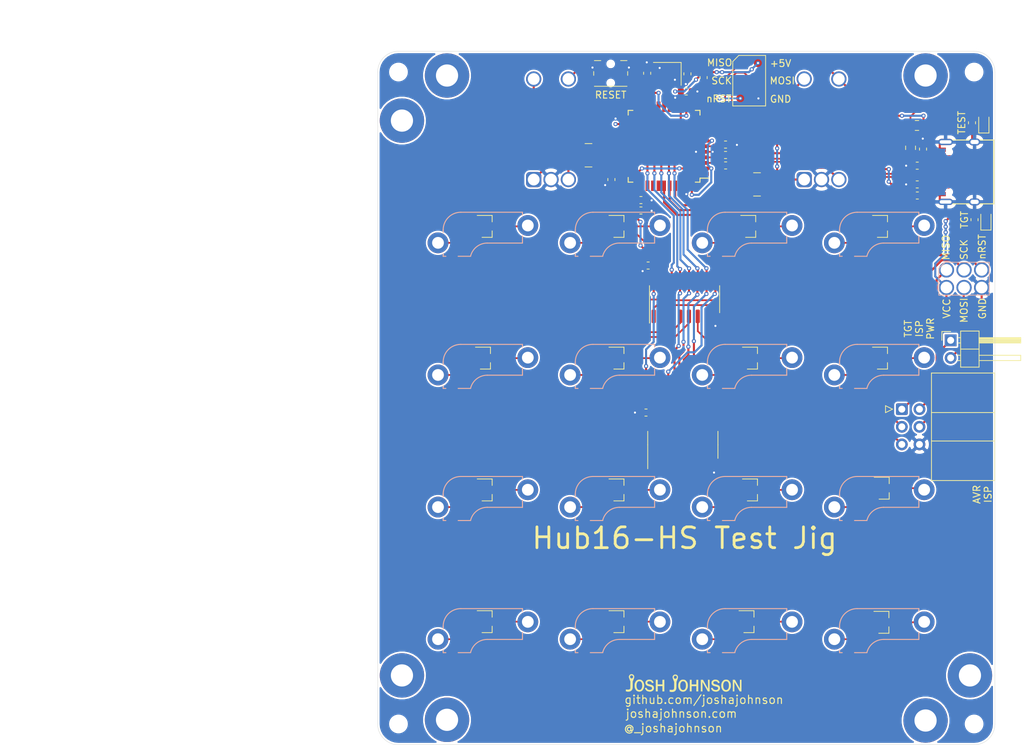
<source format=kicad_pcb>
(kicad_pcb (version 20171130) (host pcbnew 5.1.6-c6e7f7d~87~ubuntu20.04.1)
  (title_block (title Hub16) (date 2020-09-14) (rev 1.0-HS) (company "Josh Johnson"))
  (layers (0 F.Cu signal) (31 B.Cu signal) (34 B.Paste user) (35 F.Paste user) (36 B.SilkS user) (37 F.SilkS user) (38 B.Mask user) (39 F.Mask user) (44 Edge.Cuts user))
  (net 0 "")
  (net 1 GND)
  (net 2 VBUS)
  (net 3 "Net-(C2-Pad1)")
  (net 4 "Net-(C3-Pad1)")
  (net 5 "Net-(C4-Pad1)")
  (net 6 +5V)
  (net 7 /MISO)
  (net 8 /MOSI)
  (net 9 /SCK)
  (net 10 /nRST)
  (net 11 "Net-(R5-Pad1)")
  (net 12 /ENC_1_A)
  (net 13 /ENC_1_B)
  (net 14 /ENC_1_SW)
  (net 15 /ENC_2_A)
  (net 16 /ENC_2_B)
  (net 17 /ENC_2_SW)
  (net 18 /USB_UP_D+)
  (net 19 "Net-(J1-PadA5)")
  (net 20 /USB_UP_D-)
  (net 21 "Net-(J1-PadB5)")
  (net 22 "Net-(R6-Pad1)")
  (net 23 "Net-(R7-Pad1)")
  (net 24 "Net-(D1-Pad1)")
  (net 25 "Net-(K1-Pad1)")
  (net 26 "Net-(K1-Pad2)")
  (net 27 "Net-(K2-Pad1)")
  (net 28 "Net-(K2-Pad2)")
  (net 29 "Net-(K3-Pad1)")
  (net 30 "Net-(K3-Pad2)")
  (net 31 "Net-(K4-Pad1)")
  (net 32 "Net-(K4-Pad2)")
  (net 33 "Net-(K6-Pad1)")
  (net 34 "Net-(K6-Pad2)")
  (net 35 "Net-(K7-Pad1)")
  (net 36 "Net-(K7-Pad2)")
  (net 37 "Net-(K8-Pad1)")
  (net 38 "Net-(K8-Pad2)")
  (net 39 "Net-(K9-Pad1)")
  (net 40 "Net-(K9-Pad2)")
  (net 41 "Net-(K11-Pad1)")
  (net 42 "Net-(K11-Pad2)")
  (net 43 "Net-(K12-Pad1)")
  (net 44 "Net-(K12-Pad2)")
  (net 45 "Net-(K13-Pad1)")
  (net 46 "Net-(K13-Pad2)")
  (net 47 "Net-(K14-Pad1)")
  (net 48 "Net-(K14-Pad2)")
  (net 49 "Net-(K16-Pad1)")
  (net 50 "Net-(K16-Pad2)")
  (net 51 "Net-(K17-Pad1)")
  (net 52 "Net-(K17-Pad2)")
  (net 53 "Net-(K18-Pad1)")
  (net 54 "Net-(K18-Pad2)")
  (net 55 "Net-(K19-Pad1)")
  (net 56 "Net-(K19-Pad2)")
  (net 57 /T_nRST)
  (net 58 /T_SCK)
  (net 59 /T_MOSI)
  (net 60 /T_MISO)
  (net 61 "Net-(J4-Pad2)")
  (net 62 VCC)
  (net 63 /KEY_A)
  (net 64 /KEY_E)
  (net 65 /KEY_I)
  (net 66 /KEY_M)
  (net 67 /KEY_B)
  (net 68 /KEY_F)
  (net 69 /KEY_J)
  (net 70 /KEY_N)
  (net 71 /KEY_C)
  (net 72 /KEY_G)
  (net 73 /KEY_K)
  (net 74 /KEY_O)
  (net 75 /KEY_D)
  (net 76 /KEY_H)
  (net 77 /KEY_L)
  (net 78 /KEY_P)
  (net 79 /MCU_T_nRST)
  (net 80 /SR_SER)
  (net 81 /SR_nOE)
  (net 82 /SR_RCLK)
  (net 83 /SR_CLK)
  (net 84 /SR_nCLK)
  (net 85 "Net-(U1-Pad9)")
  (net 86 "Net-(D2-Pad1)")
  (net 87 "Net-(RN1-Pad2)")
  (net 88 "Net-(RN2-Pad5)")
  (net 89 "Net-(RN2-Pad6)")
  (net 90 "Net-(RN2-Pad7)")
  (net 91 "Net-(RN1-Pad4)")
  (net 92 "Net-(RN1-Pad3)")
  (module MountingHole:MountingHole_3.2mm_M3_Pad (layer F.Cu) (at 51 49 180)
    (fp_text reference H11 hide)
    (fp_text value MH-M3)
    (pad 1 thru_hole circle (at 0 0 180) (size 6.4 6.4) (drill 3.2) (layers *.Cu *.Mask))
  )
  (module MountingHole:MountingHole_3.2mm_M3_Pad (layer F.Cu) (at 57.5 135.4 270)
    (fp_text reference H10 hide)
    (fp_text value MH-M3)
    (pad 1 thru_hole circle (at 0 0 270) (size 6.4 6.4) (drill 3.2) (layers *.Cu *.Mask))
  )
  (module MountingHole:MountingHole_3.2mm_M3_Pad (layer F.Cu) (at 57.5 42.5 180)
    (fp_text reference H9 hide)
    (fp_text value MH-M3)
    (pad 1 thru_hole circle (at 0 0 180) (size 6.4 6.4) (drill 3.2) (layers *.Cu *.Mask))
  )
  (module MountingHole:MountingHole_3.2mm_M3_Pad (layer F.Cu) (at 51 129 270)
    (fp_text reference H8 hide)
    (fp_text value MH-M3)
    (pad 1 thru_hole circle (at 0 0 270) (size 6.4 6.4) (drill 3.2) (layers *.Cu *.Mask))
  )
  (module MountingHole:MountingHole_3.2mm_M3_Pad (layer F.Cu) (at 126.5 42.5)
    (fp_text reference H7 hide)
    (fp_text value MH-M3)
    (pad 1 thru_hole circle (at 0 0) (size 6.4 6.4) (drill 3.2) (layers *.Cu *.Mask))
  )
  (module MountingHole:MountingHole_3.2mm_M3_Pad (layer F.Cu) (at 132.9 129)
    (fp_text reference H6 hide)
    (fp_text value MH-M3)
    (pad 1 thru_hole circle (at 0 0) (size 6.4 6.4) (drill 3.2) (layers *.Cu *.Mask))
  )
  (module MountingHole:MountingHole_3.2mm_M3_Pad (layer F.Cu) (at 126.5 135.5)
    (fp_text reference H5 hide)
    (fp_text value MH-M3)
    (pad 1 thru_hole circle (at 0 0) (size 6.4 6.4) (drill 3.2) (layers *.Cu *.Mask))
  )
  (module josh-logos:OSHW-Logo2_9.8x8mm_Mask (layer F.Cu) (at 91.75 116.36)
    (fp_text reference LOGO4 hide)
    (fp_text value Logo_Open_Hardware_Small hide)
    (fp_poly (pts (xy 0.139878 -3.712224) (xy 0.245612 -3.711645) (xy 0.322132 -3.710078) (xy 0.374372 -3.707028) (xy 0.407263 -3.702004) (xy 0.425737 -3.694511) (xy 0.434727 -3.684056) (xy 0.439163 -3.670147) (xy 0.439594 -3.668346) (xy 0.446333 -3.635855) (xy 0.458808 -3.571748) (xy 0.475719 -3.482849) (xy 0.495771 -3.375981) (xy 0.517664 -3.257967) (xy 0.518429 -3.253822) (xy 0.540359 -3.138169) (xy 0.560877 -3.035986) (xy 0.578659 -2.953402) (xy 0.592381 -2.896544) (xy 0.600718 -2.871542) (xy 0.601116 -2.871099) (xy 0.625677 -2.85889) (xy 0.676315 -2.838544) (xy 0.742095 -2.814455) (xy 0.742461 -2.814326) (xy 0.825317 -2.783182) (xy 0.923 -2.743509) (xy 1.015077 -2.703619) (xy 1.019434 -2.701647) (xy 1.169407 -2.63358) (xy 1.501498 -2.860361) (xy 1.603374 -2.929496) (xy 1.695657 -2.991303) (xy 1.773003 -3.042267) (xy 1.830064 -3.078873) (xy 1.861495 -3.097606) (xy 1.864479 -3.098996) (xy 1.887321 -3.09281) (xy 1.929982 -3.062965) (xy 1.994128 -3.008053) (xy 2.081421 -2.926666) (xy 2.170535 -2.840078) (xy 2.256441 -2.754753) (xy 2.333327 -2.676892) (xy 2.396564 -2.611303) (xy 2.441523 -2.562795) (xy 2.463576 -2.536175) (xy 2.464396 -2.534805) (xy 2.466834 -2.516537) (xy 2.45765 -2.486705) (xy 2.434574 -2.441279) (xy 2.395337 -2.37623) (xy 2.33767 -2.28753) (xy 2.260795 -2.173343) (xy 2.19257 -2.072838) (xy 2.131582 -1.982697) (xy 2.081356 -1.908151) (xy 2.045416 -1.854435) (xy 2.027287 -1.826782) (xy 2.026146 -1.824905) (xy 2.028359 -1.79841) (xy 2.045138 -1.746914) (xy 2.073142 -1.680149) (xy 2.083122 -1.658828) (xy 2.126672 -1.563841) (xy 2.173134 -1.456063) (xy 2.210877 -1.362808) (xy 2.238073 -1.293594) (xy 2.259675 -1.240994) (xy 2.272158 -1.213503) (xy 2.273709 -1.211384) (xy 2.296668 -1.207876) (xy 2.350786 -1.198262) (xy 2.428868 -1.183911) (xy 2.523719 -1.166193) (xy 2.628143 -1.146475) (xy 2.734944 -1.126126) (xy 2.836926 -1.106514) (xy 2.926894 -1.089009) (xy 2.997653 -1.074978) (xy 3.042006 -1.065791) (xy 3.052885 -1.063193) (xy 3.064122 -1.056782) (xy 3.072605 -1.042303) (xy 3.078714 -1.014867) (xy 3.082832 -0.969589) (xy 3.085341 -0.90158) (xy 3.086621 -0.805953) (xy 3.087054 -0.67782) (xy 3.087077 -0.625299) (xy 3.087077 -0.198155) (xy 2.9845 -0.177909) (xy 2.927431 -0.16693) (xy 2.842269 -0.150905) (xy 2.739372 -0.131767) (xy 2.629096 -0.111449) (xy 2.598615 -0.105868) (xy 2.496855 -0.086083) (xy 2.408205 -0.066627) (xy 2.340108 -0.049303) (xy 2.300004 -0.035912) (xy 2.293323 -0.031921) (xy 2.276919 -0.003658) (xy 2.253399 0.051109) (xy 2.227316 0.121588) (xy 2.222142 0.136769) (xy 2.187956 0.230896) (xy 2.145523 0.337101) (xy 2.103997 0.432473) (xy 2.103792 0.432916) (xy 2.03464 0.582525) (xy 2.489512 1.251617) (xy 2.1975 1.544116) (xy 2.10918 1.63117) (xy 2.028625 1.707909) (xy 1.96036 1.770237) (xy 1.908908 1.814056) (xy 1.878794 1.83527) (xy 1.874474 1.836616) (xy 1.849111 1.826016) (xy 1.797358 1.796547) (xy 1.724868 1.751705) (xy 1.637294 1.694984) (xy 1.542612 1.631462) (xy 1.446516 1.566668) (xy 1.360837 1.510287) (xy 1.291016 1.465788) (xy 1.242494 1.436639) (xy 1.220782 1.426308) (xy 1.194293 1.43505) (xy 1.144062 1.458087) (xy 1.080451 1.490631) (xy 1.073708 1.494249) (xy 0.988046 1.53721) (xy 0.929306 1.558279) (xy 0.892772 1.558503) (xy 0.873731 1.538928) (xy 0.87362 1.538654) (xy 0.864102 1.515472) (xy 0.841403 1.460441) (xy 0.807282 1.377822) (xy 0.7635 1.271872) (xy 0.711816 1.146852) (xy 0.653992 1.00702) (xy 0.597991 0.871637) (xy 0.536447 0.722234) (xy 0.479939 0.583832) (xy 0.430161 0.460673) (xy 0.388806 0.357002) (xy 0.357568 0.277059) (xy 0.338141 0.225088) (xy 0.332154 0.205692) (xy 0.347168 0.183443) (xy 0.386439 0.147982) (xy 0.438807 0.108887) (xy 0.587941 -0.014755) (xy 0.704511 -0.156478) (xy 0.787118 -0.313296) (xy 0.834366 -0.482225) (xy 0.844857 -0.660278) (xy 0.837231 -0.742461) (xy 0.795682 -0.912969) (xy 0.724123 -1.063541) (xy 0.626995 -1.192691) (xy 0.508734 -1.298936) (xy 0.37378 -1.38079) (xy 0.226571 -1.436768) (xy 0.071544 -1.465385) (xy -0.086861 -1.465156) (xy -0.244206 -1.434595) (xy -0.396054 -1.372218) (xy -0.537965 -1.27654) (xy -0.597197 -1.222428) (xy -0.710797 -1.08348) (xy -0.789894 -0.931639) (xy -0.835014 -0.771333) (xy -0.846684 -0.606988) (xy -0.825431 -0.443029) (xy -0.77178 -0.283882) (xy -0.68626 -0.133975) (xy -0.569395 0.002267) (xy -0.438807 0.108887) (xy -0.384412 0.149642) (xy -0.345986 0.184718) (xy -0.332154 0.205726) (xy -0.339397 0.228635) (xy -0.359995 0.283365) (xy -0.392254 0.365672) (xy -0.434479 0.471315) (xy -0.484977 0.59605) (xy -0.542052 0.735636) (xy -0.598146 0.87167) (xy -0.660033 1.021201) (xy -0.717356 1.159767) (xy -0.768356 1.283107) (xy -0.811273 1.386964) (xy -0.844347 1.46708) (xy -0.865819 1.519195) (xy -0.873775 1.538654) (xy -0.892571 1.558423) (xy -0.928926 1.558365) (xy -0.987521 1.537441) (xy -1.073032 1.494613) (xy -1.073708 1.494249) (xy -1.138093 1.461012) (xy -1.190139 1.436802) (xy -1.219488 1.426404) (xy -1.220783 1.426308) (xy -1.242876 1.436855) (xy -1.291652 1.466184) (xy -1.361669 1.510827) (xy -1.447486 1.567314) (xy -1.542612 1.631462) (xy -1.63946 1.696411) (xy -1.726747 1.752896) (xy -1.798819 1.797421) (xy -1.850023 1.82649) (xy -1.874474 1.836616) (xy -1.89699 1.823307) (xy -1.942258 1.786112) (xy -2.005756 1.729128) (xy -2.082961 1.656449) (xy -2.169349 1.572171) (xy -2.197601 1.544016) (xy -2.489713 1.251416) (xy -2.267369 0.925104) (xy -2.199798 0.824897) (xy -2.140493 0.734963) (xy -2.092783 0.66051) (xy -2.059993 0.606751) (xy -2.045452 0.578894) (xy -2.045026 0.576912) (xy -2.052692 0.550655) (xy -2.073311 0.497837) (xy -2.103315 0.42731) (xy -2.124375 0.380093) (xy -2.163752 0.289694) (xy -2.200835 0.198366) (xy -2.229585 0.1212) (xy -2.237395 0.097692) (xy -2.259583 0.034916) (xy -2.281273 -0.013589) (xy -2.293187 -0.031921) (xy -2.319477 -0.043141) (xy -2.376858 -0.059046) (xy -2.457882 -0.077833) (xy -2.555105 -0.097701) (xy -2.598615 -0.105868) (xy -2.709104 -0.126171) (xy -2.815084 -0.14583) (xy -2.906199 -0.162912) (xy -2.972092 -0.175482) (xy -2.9845 -0.177909) (xy -3.087077 -0.198155) (xy -3.087077 -0.625299) (xy -3.086847 -0.765754) (xy -3.085901 -0.872021) (xy -3.083859 -0.948987) (xy -3.080338 -1.00154) (xy -3.074957 -1.034567) (xy -3.067334 -1.052955) (xy -3.057088 -1.061592) (xy -3.052885 -1.063193) (xy -3.02753 -1.068873) (xy -2.971516 -1.080205) (xy -2.892036 -1.095821) (xy -2.796288 -1.114353) (xy -2.691467 -1.134431) (xy -2.584768 -1.154688) (xy -2.483387 -1.173754) (xy -2.394521 -1.190261) (xy -2.325363 -1.202841) (xy -2.283111 -1.210125) (xy -2.27371 -1.211384) (xy -2.265193 -1.228237) (xy -2.24634 -1.27313) (xy -2.220676 -1.33757) (xy -2.210877 -1.362808) (xy -2.171352 -1.460314) (xy -2.124808 -1.568041) (xy -2.083123 -1.658828) (xy -2.05245 -1.728247) (xy -2.032044 -1.78529) (xy -2.025232 -1.820223) (xy -2.026318 -1.824905) (xy -2.040715 -1.847009) (xy -2.073588 -1.896169) (xy -2.12141 -1.967152) (xy -2.180652 -2.054722) (xy -2.247785 -2.153643) (xy -2.261059 -2.17317) (xy -2.338954 -2.28886) (xy -2.396213 -2.376956) (xy -2.435119 -2.441514) (xy -2.457956 -2.486589) (xy -2.467006 -2.516237) (xy -2.464552 -2.534515) (xy -2.464489 -2.534631) (xy -2.445173 -2.558639) (xy -2.402449 -2.605053) (xy -2.340949 -2.669063) (xy -2.265302 -2.745855) (xy -2.180139 -2.830618) (xy -2.170535 -2.840078) (xy -2.06321 -2.944011) (xy -1.980385 -3.020325) (xy -1.920395 -3.070429) (xy -1.881577 -3.09573) (xy -1.86448 -3.098996) (xy -1.839527 -3.08475) (xy -1.787745 -3.051844) (xy -1.71448 -3.003792) (xy -1.62508 -2.94411) (xy -1.524889 -2.876312) (xy -1.501499 -2.860361) (xy -1.169407 -2.63358) (xy -1.019435 -2.701647) (xy -0.92823 -2.741315) (xy -0.830331 -2.781209) (xy -0.746169 -2.813017) (xy -0.742462 -2.814326) (xy -0.676631 -2.838424) (xy -0.625884 -2.8588) (xy -0.601158 -2.871064) (xy -0.601116 -2.871099) (xy -0.593271 -2.893266) (xy -0.579934 -2.947783) (xy -0.56243 -3.02852) (xy -0.542083 -3.12935) (xy -0.520218 -3.244144) (xy -0.518429 -3.253822) (xy -0.496496 -3.372096) (xy -0.47636 -3.479458) (xy -0.45932 -3.569083) (xy -0.446672 -3.634149) (xy -0.439716 -3.667832) (xy -0.439594 -3.668346) (xy -0.435361 -3.682675) (xy -0.427129 -3.693493) (xy -0.409967 -3.701294) (xy -0.378942 -3.706571) (xy -0.329122 -3.709818) (xy -0.255576 -3.711528) (xy -0.153371 -3.712193) (xy -0.017575 -3.712307) (xy 0 -3.712308) (xy 0.139878 -3.712224)) (layer F.Cu) (width 0.01))
  )
  (module josh-logos:board-title (layer B.Cu) (at -4.45 31.86 180)
    (fp_text reference LOGO3 hide)
    (fp_text value Board-Details)
    (fp_text user "Hub16-HS Test Jig" (at -96.2 -77.35) (layer F.SilkS) (effects (font (size 3 3) (thickness 0.4))))
  )
  (module Resistor_SMD:R_Array_Convex_4x0603 (layer F.Cu) (at 102.2 58.2)
    (fp_text reference RN2 hide)
    (fp_text value 1K)
    (pad 5 smd rect (at 0.9 1.2) (size 0.8 0.5) (layers F.Cu F.Paste F.Mask) (net 88 "Net-(RN2-Pad5)"))
    (pad 6 smd rect (at 0.9 0.4) (size 0.8 0.4) (layers F.Cu F.Paste F.Mask) (net 89 "Net-(RN2-Pad6)"))
    (pad 8 smd rect (at 0.9 -1.2) (size 0.8 0.5) (layers F.Cu F.Paste F.Mask))
    (pad 7 smd rect (at 0.9 -0.4) (size 0.8 0.4) (layers F.Cu F.Paste F.Mask) (net 90 "Net-(RN2-Pad7)"))
    (pad 4 smd rect (at -0.9 1.2) (size 0.8 0.5) (layers F.Cu F.Paste F.Mask) (net 15 /ENC_2_A))
    (pad 2 smd rect (at -0.9 -0.4) (size 0.8 0.4) (layers F.Cu F.Paste F.Mask) (net 17 /ENC_2_SW))
    (pad 3 smd rect (at -0.9 0.4) (size 0.8 0.4) (layers F.Cu F.Paste F.Mask) (net 16 /ENC_2_B))
    (pad 1 smd rect (at -0.9 -1.2) (size 0.8 0.5) (layers F.Cu F.Paste F.Mask))
  )
  (module Resistor_SMD:R_0603_1608Metric (layer F.Cu) (at 133.56 63.29 90)
    (fp_text reference R9 hide)
    (fp_text value 5K1)
    (pad 2 smd roundrect (at 0.7875 0 90) (size 0.875 0.95) (layers F.Cu F.Paste F.Mask) (net 1 GND))
    (pad 1 smd roundrect (at -0.7875 0 90) (size 0.875 0.95) (layers F.Cu F.Paste F.Mask) (net 86 "Net-(D2-Pad1)"))
  )
  (module LED_SMD:LED_0603_1608Metric (layer F.Cu) (at 135.2 63.3 90)
    (fp_text reference D2 hide)
    (fp_text value LED)
    (pad 2 smd roundrect (at 0.7875 0 90) (size 0.875 0.95) (layers F.Cu F.Paste F.Mask) (net 62 VCC))
    (pad 1 smd roundrect (at -0.7875 0 90) (size 0.875 0.95) (layers F.Cu F.Paste F.Mask) (net 86 "Net-(D2-Pad1)"))
  )
  (module josh-passives-smt:Fuse_0805_2012Metric (layer F.Cu) (at 125.2625 49.7 180)
    (fp_text reference F2 hide)
    (fp_text value 250mA)
    (pad 2 smd roundrect (at 0.9375 0 180) (size 0.975 1.4) (layers F.Cu F.Paste F.Mask) (net 6 +5V))
    (pad 1 smd roundrect (at -0.9375 0 180) (size 0.975 1.4) (layers F.Cu F.Paste F.Mask) (net 62 VCC))
  )
  (module Capacitor_SMD:C_0603_1608Metric (layer F.Cu) (at 86.1875 91.1)
    (fp_text reference C9 hide)
    (fp_text value 100n)
    (pad 2 smd roundrect (at 0.7875 0) (size 0.875 0.95) (layers F.Cu F.Paste F.Mask) (net 6 +5V))
    (pad 1 smd roundrect (at -0.7875 0) (size 0.875 0.95) (layers F.Cu F.Paste F.Mask) (net 1 GND))
  )
  (module Capacitor_SMD:C_0603_1608Metric (layer F.Cu) (at 86.5 69.9)
    (fp_text reference C8 hide)
    (fp_text value 100n)
    (pad 2 smd roundrect (at 0.7875 0) (size 0.875 0.95) (layers F.Cu F.Paste F.Mask) (net 6 +5V))
    (pad 1 smd roundrect (at -0.7875 0) (size 0.875 0.95) (layers F.Cu F.Paste F.Mask) (net 1 GND))
  )
  (module Package_SO:SOIC-16_3.9x9.9mm_P1.27mm (layer F.Cu) (at 91.5 95.75 90)
    (fp_text reference U3 hide)
    (fp_text value 74HC595)
    (pad 16 smd roundrect (at 2.475 -4.445 90) (size 1.95 0.6) (layers F.Cu F.Paste F.Mask) (net 6 +5V))
    (pad 15 smd roundrect (at 2.475 -3.175 90) (size 1.95 0.6) (layers F.Cu F.Paste F.Mask) (net 65 /KEY_I))
    (pad 14 smd roundrect (at 2.475 -1.905 90) (size 1.95 0.6) (layers F.Cu F.Paste F.Mask) (net 85 "Net-(U1-Pad9)"))
    (pad 13 smd roundrect (at 2.475 -0.635 90) (size 1.95 0.6) (layers F.Cu F.Paste F.Mask) (net 81 /SR_nOE))
    (pad 12 smd roundrect (at 2.475 0.635 90) (size 1.95 0.6) (layers F.Cu F.Paste F.Mask) (net 82 /SR_RCLK))
    (pad 11 smd roundrect (at 2.475 1.905 90) (size 1.95 0.6) (layers F.Cu F.Paste F.Mask) (net 83 /SR_CLK))
    (pad 10 smd roundrect (at 2.475 3.175 90) (size 1.95 0.6) (layers F.Cu F.Paste F.Mask) (net 84 /SR_nCLK))
    (pad 9 smd roundrect (at 2.475 4.445 90) (size 1.95 0.6) (layers F.Cu F.Paste F.Mask))
    (pad 8 smd roundrect (at -2.475 4.445 90) (size 1.95 0.6) (layers F.Cu F.Paste F.Mask) (net 1 GND))
    (pad 7 smd roundrect (at -2.475 3.175 90) (size 1.95 0.6) (layers F.Cu F.Paste F.Mask) (net 78 /KEY_P))
    (pad 6 smd roundrect (at -2.475 1.905 90) (size 1.95 0.6) (layers F.Cu F.Paste F.Mask) (net 74 /KEY_O))
    (pad 5 smd roundrect (at -2.475 0.635 90) (size 1.95 0.6) (layers F.Cu F.Paste F.Mask) (net 70 /KEY_N))
    (pad 4 smd roundrect (at -2.475 -0.635 90) (size 1.95 0.6) (layers F.Cu F.Paste F.Mask) (net 66 /KEY_M))
    (pad 3 smd roundrect (at -2.475 -1.905 90) (size 1.95 0.6) (layers F.Cu F.Paste F.Mask) (net 77 /KEY_L))
    (pad 2 smd roundrect (at -2.475 -3.175 90) (size 1.95 0.6) (layers F.Cu F.Paste F.Mask) (net 73 /KEY_K))
    (pad 1 smd roundrect (at -2.475 -4.445 90) (size 1.95 0.6) (layers F.Cu F.Paste F.Mask) (net 69 /KEY_J))
  )
  (module Package_SO:SOIC-16_3.9x9.9mm_P1.27mm (layer F.Cu) (at 91.75 74.75 90)
    (fp_text reference U1 hide)
    (fp_text value 74HC595)
    (pad 16 smd roundrect (at 2.475 -4.445 90) (size 1.95 0.6) (layers F.Cu F.Paste F.Mask) (net 6 +5V))
    (pad 15 smd roundrect (at 2.475 -3.175 90) (size 1.95 0.6) (layers F.Cu F.Paste F.Mask) (net 63 /KEY_A))
    (pad 14 smd roundrect (at 2.475 -1.905 90) (size 1.95 0.6) (layers F.Cu F.Paste F.Mask) (net 80 /SR_SER))
    (pad 13 smd roundrect (at 2.475 -0.635 90) (size 1.95 0.6) (layers F.Cu F.Paste F.Mask) (net 81 /SR_nOE))
    (pad 12 smd roundrect (at 2.475 0.635 90) (size 1.95 0.6) (layers F.Cu F.Paste F.Mask) (net 82 /SR_RCLK))
    (pad 11 smd roundrect (at 2.475 1.905 90) (size 1.95 0.6) (layers F.Cu F.Paste F.Mask) (net 83 /SR_CLK))
    (pad 10 smd roundrect (at 2.475 3.175 90) (size 1.95 0.6) (layers F.Cu F.Paste F.Mask) (net 84 /SR_nCLK))
    (pad 9 smd roundrect (at 2.475 4.445 90) (size 1.95 0.6) (layers F.Cu F.Paste F.Mask) (net 85 "Net-(U1-Pad9)"))
    (pad 8 smd roundrect (at -2.475 4.445 90) (size 1.95 0.6) (layers F.Cu F.Paste F.Mask) (net 1 GND))
    (pad 7 smd roundrect (at -2.475 3.175 90) (size 1.95 0.6) (layers F.Cu F.Paste F.Mask) (net 76 /KEY_H))
    (pad 6 smd roundrect (at -2.475 1.905 90) (size 1.95 0.6) (layers F.Cu F.Paste F.Mask) (net 72 /KEY_G))
    (pad 5 smd roundrect (at -2.475 0.635 90) (size 1.95 0.6) (layers F.Cu F.Paste F.Mask) (net 68 /KEY_F))
    (pad 4 smd roundrect (at -2.475 -0.635 90) (size 1.95 0.6) (layers F.Cu F.Paste F.Mask) (net 64 /KEY_E))
    (pad 3 smd roundrect (at -2.475 -1.905 90) (size 1.95 0.6) (layers F.Cu F.Paste F.Mask) (net 75 /KEY_D))
    (pad 2 smd roundrect (at -2.475 -3.175 90) (size 1.95 0.6) (layers F.Cu F.Paste F.Mask) (net 71 /KEY_C))
    (pad 1 smd roundrect (at -2.475 -4.445 90) (size 1.95 0.6) (layers F.Cu F.Paste F.Mask) (net 67 /KEY_B))
  )
  (module Resistor_SMD:R_Array_Convex_4x0603 (layer F.Cu) (at 77.9 54)
    (fp_text reference RN1 hide)
    (fp_text value 1K)
    (pad 5 smd rect (at 0.9 1.2) (size 0.8 0.5) (layers F.Cu F.Paste F.Mask) (net 13 /ENC_1_B))
    (pad 6 smd rect (at 0.9 0.4) (size 0.8 0.4) (layers F.Cu F.Paste F.Mask) (net 12 /ENC_1_A))
    (pad 8 smd rect (at 0.9 -1.2) (size 0.8 0.5) (layers F.Cu F.Paste F.Mask))
    (pad 7 smd rect (at 0.9 -0.4) (size 0.8 0.4) (layers F.Cu F.Paste F.Mask) (net 14 /ENC_1_SW))
    (pad 4 smd rect (at -0.9 1.2) (size 0.8 0.5) (layers F.Cu F.Paste F.Mask) (net 91 "Net-(RN1-Pad4)"))
    (pad 2 smd rect (at -0.9 -0.4) (size 0.8 0.4) (layers F.Cu F.Paste F.Mask) (net 87 "Net-(RN1-Pad2)"))
    (pad 3 smd rect (at -0.9 0.4) (size 0.8 0.4) (layers F.Cu F.Paste F.Mask) (net 92 "Net-(RN1-Pad3)"))
    (pad 1 smd rect (at -0.9 -1.2) (size 0.8 0.5) (layers F.Cu F.Paste F.Mask))
  )
  (module Resistor_SMD:R_0603_1608Metric (layer F.Cu) (at 125.3125 59.8)
    (fp_text reference R8 hide)
    (fp_text value 5K1)
    (pad 2 smd roundrect (at 0.7875 0) (size 0.875 0.95) (layers F.Cu F.Paste F.Mask) (net 57 /T_nRST))
    (pad 1 smd roundrect (at -0.7875 0) (size 0.875 0.95) (layers F.Cu F.Paste F.Mask) (net 79 /MCU_T_nRST))
  )
  (module Package_TO_SOT_SMD:SOT-23 (layer F.Cu) (at 120.45 121.34)
    (fp_text reference Q16 hide)
    (fp_text value BSS138)
    (pad 3 smd rect (at 1 0) (size 0.9 0.8) (layers F.Cu F.Paste F.Mask) (net 55 "Net-(K19-Pad1)"))
    (pad 2 smd rect (at -1 0.95) (size 0.9 0.8) (layers F.Cu F.Paste F.Mask) (net 56 "Net-(K19-Pad2)"))
    (pad 1 smd rect (at -1 -0.95) (size 0.9 0.8) (layers F.Cu F.Paste F.Mask) (net 78 /KEY_P))
  )
  (module Package_TO_SOT_SMD:SOT-23 (layer F.Cu) (at 120.5 102)
    (fp_text reference Q15 hide)
    (fp_text value BSS138)
    (pad 3 smd rect (at 1 0) (size 0.9 0.8) (layers F.Cu F.Paste F.Mask) (net 53 "Net-(K18-Pad1)"))
    (pad 2 smd rect (at -1 0.95) (size 0.9 0.8) (layers F.Cu F.Paste F.Mask) (net 54 "Net-(K18-Pad2)"))
    (pad 1 smd rect (at -1 -0.95) (size 0.9 0.8) (layers F.Cu F.Paste F.Mask) (net 77 /KEY_L))
  )
  (module Package_TO_SOT_SMD:SOT-23 (layer F.Cu) (at 120.25 83.25)
    (fp_text reference Q14 hide)
    (fp_text value BSS138)
    (pad 3 smd rect (at 1 0) (size 0.9 0.8) (layers F.Cu F.Paste F.Mask) (net 51 "Net-(K17-Pad1)"))
    (pad 2 smd rect (at -1 0.95) (size 0.9 0.8) (layers F.Cu F.Paste F.Mask) (net 52 "Net-(K17-Pad2)"))
    (pad 1 smd rect (at -1 -0.95) (size 0.9 0.8) (layers F.Cu F.Paste F.Mask) (net 76 /KEY_H))
  )
  (module Package_TO_SOT_SMD:SOT-23 (layer F.Cu) (at 120.25 64.25)
    (fp_text reference Q13 hide)
    (fp_text value BSS138)
    (pad 3 smd rect (at 1 0) (size 0.9 0.8) (layers F.Cu F.Paste F.Mask) (net 49 "Net-(K16-Pad1)"))
    (pad 2 smd rect (at -1 0.95) (size 0.9 0.8) (layers F.Cu F.Paste F.Mask) (net 50 "Net-(K16-Pad2)"))
    (pad 1 smd rect (at -1 -0.95) (size 0.9 0.8) (layers F.Cu F.Paste F.Mask) (net 75 /KEY_D))
  )
  (module Package_TO_SOT_SMD:SOT-23 (layer F.Cu) (at 101 121.25)
    (fp_text reference Q12 hide)
    (fp_text value BSS138)
    (pad 3 smd rect (at 1 0) (size 0.9 0.8) (layers F.Cu F.Paste F.Mask) (net 47 "Net-(K14-Pad1)"))
    (pad 2 smd rect (at -1 0.95) (size 0.9 0.8) (layers F.Cu F.Paste F.Mask) (net 48 "Net-(K14-Pad2)"))
    (pad 1 smd rect (at -1 -0.95) (size 0.9 0.8) (layers F.Cu F.Paste F.Mask) (net 74 /KEY_O))
  )
  (module Package_TO_SOT_SMD:SOT-23 (layer F.Cu) (at 101.5 102.25)
    (fp_text reference Q11 hide)
    (fp_text value BSS138)
    (pad 3 smd rect (at 1 0) (size 0.9 0.8) (layers F.Cu F.Paste F.Mask) (net 45 "Net-(K13-Pad1)"))
    (pad 2 smd rect (at -1 0.95) (size 0.9 0.8) (layers F.Cu F.Paste F.Mask) (net 46 "Net-(K13-Pad2)"))
    (pad 1 smd rect (at -1 -0.95) (size 0.9 0.8) (layers F.Cu F.Paste F.Mask) (net 73 /KEY_K))
  )
  (module Package_TO_SOT_SMD:SOT-23 (layer F.Cu) (at 101.5 83.25)
    (fp_text reference Q10 hide)
    (fp_text value BSS138)
    (pad 3 smd rect (at 1 0) (size 0.9 0.8) (layers F.Cu F.Paste F.Mask) (net 43 "Net-(K12-Pad1)"))
    (pad 2 smd rect (at -1 0.95) (size 0.9 0.8) (layers F.Cu F.Paste F.Mask) (net 44 "Net-(K12-Pad2)"))
    (pad 1 smd rect (at -1 -0.95) (size 0.9 0.8) (layers F.Cu F.Paste F.Mask) (net 72 /KEY_G))
  )
  (module Package_TO_SOT_SMD:SOT-23 (layer F.Cu) (at 101.25 64.25)
    (fp_text reference Q9 hide)
    (fp_text value BSS138)
    (pad 3 smd rect (at 1 0) (size 0.9 0.8) (layers F.Cu F.Paste F.Mask) (net 41 "Net-(K11-Pad1)"))
    (pad 2 smd rect (at -1 0.95) (size 0.9 0.8) (layers F.Cu F.Paste F.Mask) (net 42 "Net-(K11-Pad2)"))
    (pad 1 smd rect (at -1 -0.95) (size 0.9 0.8) (layers F.Cu F.Paste F.Mask) (net 71 /KEY_C))
  )
  (module Package_TO_SOT_SMD:SOT-23 (layer F.Cu) (at 82.25 121.25)
    (fp_text reference Q8 hide)
    (fp_text value BSS138)
    (pad 3 smd rect (at 1 0) (size 0.9 0.8) (layers F.Cu F.Paste F.Mask) (net 39 "Net-(K9-Pad1)"))
    (pad 2 smd rect (at -1 0.95) (size 0.9 0.8) (layers F.Cu F.Paste F.Mask) (net 40 "Net-(K9-Pad2)"))
    (pad 1 smd rect (at -1 -0.95) (size 0.9 0.8) (layers F.Cu F.Paste F.Mask) (net 70 /KEY_N))
  )
  (module Package_TO_SOT_SMD:SOT-23 (layer F.Cu) (at 82.25 102.25)
    (fp_text reference Q7 hide)
    (fp_text value BSS138)
    (pad 3 smd rect (at 1 0) (size 0.9 0.8) (layers F.Cu F.Paste F.Mask) (net 37 "Net-(K8-Pad1)"))
    (pad 2 smd rect (at -1 0.95) (size 0.9 0.8) (layers F.Cu F.Paste F.Mask) (net 38 "Net-(K8-Pad2)"))
    (pad 1 smd rect (at -1 -0.95) (size 0.9 0.8) (layers F.Cu F.Paste F.Mask) (net 69 /KEY_J))
  )
  (module Package_TO_SOT_SMD:SOT-23 (layer F.Cu) (at 82.25 83.25)
    (fp_text reference Q6 hide)
    (fp_text value BSS138)
    (pad 3 smd rect (at 1 0) (size 0.9 0.8) (layers F.Cu F.Paste F.Mask) (net 35 "Net-(K7-Pad1)"))
    (pad 2 smd rect (at -1 0.95) (size 0.9 0.8) (layers F.Cu F.Paste F.Mask) (net 36 "Net-(K7-Pad2)"))
    (pad 1 smd rect (at -1 -0.95) (size 0.9 0.8) (layers F.Cu F.Paste F.Mask) (net 68 /KEY_F))
  )
  (module Package_TO_SOT_SMD:SOT-23 (layer F.Cu) (at 82.25 64.25)
    (fp_text reference Q5 hide)
    (fp_text value BSS138)
    (pad 3 smd rect (at 1 0) (size 0.9 0.8) (layers F.Cu F.Paste F.Mask) (net 33 "Net-(K6-Pad1)"))
    (pad 2 smd rect (at -1 0.95) (size 0.9 0.8) (layers F.Cu F.Paste F.Mask) (net 34 "Net-(K6-Pad2)"))
    (pad 1 smd rect (at -1 -0.95) (size 0.9 0.8) (layers F.Cu F.Paste F.Mask) (net 67 /KEY_B))
  )
  (module Package_TO_SOT_SMD:SOT-23 (layer F.Cu) (at 63.25 121.25)
    (fp_text reference Q4 hide)
    (fp_text value BSS138)
    (pad 3 smd rect (at 1 0) (size 0.9 0.8) (layers F.Cu F.Paste F.Mask) (net 31 "Net-(K4-Pad1)"))
    (pad 2 smd rect (at -1 0.95) (size 0.9 0.8) (layers F.Cu F.Paste F.Mask) (net 32 "Net-(K4-Pad2)"))
    (pad 1 smd rect (at -1 -0.95) (size 0.9 0.8) (layers F.Cu F.Paste F.Mask) (net 66 /KEY_M))
  )
  (module Package_TO_SOT_SMD:SOT-23 (layer F.Cu) (at 63.25 102.25)
    (fp_text reference Q3 hide)
    (fp_text value BSS138)
    (pad 3 smd rect (at 1 0) (size 0.9 0.8) (layers F.Cu F.Paste F.Mask) (net 29 "Net-(K3-Pad1)"))
    (pad 2 smd rect (at -1 0.95) (size 0.9 0.8) (layers F.Cu F.Paste F.Mask) (net 30 "Net-(K3-Pad2)"))
    (pad 1 smd rect (at -1 -0.95) (size 0.9 0.8) (layers F.Cu F.Paste F.Mask) (net 65 /KEY_I))
  )
  (module Package_TO_SOT_SMD:SOT-23 (layer F.Cu) (at 63 83.25)
    (fp_text reference Q2 hide)
    (fp_text value BSS138)
    (pad 3 smd rect (at 1 0) (size 0.9 0.8) (layers F.Cu F.Paste F.Mask) (net 27 "Net-(K2-Pad1)"))
    (pad 2 smd rect (at -1 0.95) (size 0.9 0.8) (layers F.Cu F.Paste F.Mask) (net 28 "Net-(K2-Pad2)"))
    (pad 1 smd rect (at -1 -0.95) (size 0.9 0.8) (layers F.Cu F.Paste F.Mask) (net 64 /KEY_E))
  )
  (module Package_TO_SOT_SMD:SOT-23 (layer F.Cu) (at 63.25 64.25)
    (fp_text reference Q1 hide)
    (fp_text value BSS138)
    (pad 3 smd rect (at 1 0) (size 0.9 0.8) (layers F.Cu F.Paste F.Mask) (net 25 "Net-(K1-Pad1)"))
    (pad 2 smd rect (at -1 0.95) (size 0.9 0.8) (layers F.Cu F.Paste F.Mask) (net 26 "Net-(K1-Pad2)"))
    (pad 1 smd rect (at -1 -0.95) (size 0.9 0.8) (layers F.Cu F.Paste F.Mask) (net 63 /KEY_A))
  )
  (module Connector_PinHeader_2.54mm:PinHeader_1x02_P2.54mm_Horizontal (layer F.Cu) (at 130.12 80.68)
    (fp_text reference J5 hide)
    (fp_text value Conn_01x02_Male)
    (pad 2 thru_hole oval (at 0 2.54) (size 1.7 1.7) (drill 1) (layers *.Cu *.Mask) (net 62 VCC))
    (pad 1 thru_hole rect (at 0 0) (size 1.7 1.7) (drill 1) (layers *.Cu *.Mask) (net 61 "Net-(J4-Pad2)"))
  )
  (module Connector_IDC:IDC-Header_2x03_P2.54mm_Horizontal (layer F.Cu) (at 123.08 90.61)
    (fp_text reference J4 hide)
    (fp_text value AVR-ISP-6)
    (pad 6 thru_hole circle (at 2.54 5.08) (size 1.7 1.7) (drill 1) (layers *.Cu *.Mask) (net 1 GND))
    (pad 4 thru_hole circle (at 2.54 2.54) (size 1.7 1.7) (drill 1) (layers *.Cu *.Mask) (net 59 /T_MOSI))
    (pad 2 thru_hole circle (at 2.54 0) (size 1.7 1.7) (drill 1) (layers *.Cu *.Mask) (net 61 "Net-(J4-Pad2)"))
    (pad 5 thru_hole circle (at 0 5.08) (size 1.7 1.7) (drill 1) (layers *.Cu *.Mask) (net 57 /T_nRST))
    (pad 3 thru_hole circle (at 0 2.54) (size 1.7 1.7) (drill 1) (layers *.Cu *.Mask) (net 58 /T_SCK))
    (pad 1 thru_hole roundrect (at 0 0) (size 1.7 1.7) (drill 1) (layers *.Cu *.Mask) (roundrect_rratio 0.147059) (net 60 /T_MISO))
  )
  (module josh-connectors:AVR_PROG_2.54_SMT (layer F.Cu) (at 101.07 43.24 270)
    (fp_text reference J3 hide)
    (fp_text value AVR-ISP-6)
    (pad 5 smd circle (at 2.54 1.27 270) (size 1.2 1.2) (layers F.Cu F.Mask) (net 10 /nRST))
    (pad 6 smd circle (at 2.54 -1.27 270) (size 1.2 1.2) (layers F.Cu F.Mask) (net 1 GND))
    (pad 3 smd circle (at 0 1.27 270) (size 1.2 1.2) (layers F.Cu F.Mask) (net 9 /SCK))
    (pad 4 smd circle (at 0 -1.27 270) (size 1.2 1.2) (layers F.Cu F.Mask) (net 8 /MOSI))
    (pad 1 smd circle (at -2.54 1.27 270) (size 1.2 1.2) (layers F.Cu F.Mask) (net 7 /MISO))
    (pad 2 smd circle (at -2.54 -1.27 270) (size 1.2 1.2) (layers F.Cu F.Mask) (net 6 +5V))
  )
  (module josh-buttons-switches:POGO_P100_RotaryEncoder_Alps_EC11E-Switch_Vertical_H20mm_CircularMountingHoles (layer F.Cu) (at 109 57.5 90)
    (fp_text reference SW3 hide)
    (fp_text value "EC11 Encoder")
    (pad A thru_hole roundrect (at 0 0 90) (size 2.2 2.2) (drill 1.7) (layers *.Cu *.Mask) (net 88 "Net-(RN2-Pad5)"))
    (pad C thru_hole circle (at 0 2.5 90) (size 2.2 2.2) (drill 1.7) (layers *.Cu *.Mask) (net 1 GND))
    (pad B thru_hole circle (at 0 5 90) (size 2.2 2.2) (drill 1.7) (layers *.Cu *.Mask) (net 89 "Net-(RN2-Pad6)"))
    (pad S2 thru_hole circle (at 14.5 0 90) (size 2.2 2.2) (drill 1.7) (layers *.Cu *.Mask) (net 90 "Net-(RN2-Pad7)"))
    (pad S1 thru_hole circle (at 14.5 5 90) (size 2.2 2.2) (drill 1.7) (layers *.Cu *.Mask) (net 62 VCC))
  )
  (module josh-buttons-switches:POGO_P100_RotaryEncoder_Alps_EC11E-Switch_Vertical_H20mm_CircularMountingHoles (layer F.Cu) (at 70 57.5 90)
    (fp_text reference SW2 hide)
    (fp_text value "EC11 Encoder")
    (pad A thru_hole roundrect (at 0 0 90) (size 2.2 2.2) (drill 1.7) (layers *.Cu *.Mask) (net 92 "Net-(RN1-Pad3)"))
    (pad C thru_hole circle (at 0 2.5 90) (size 2.2 2.2) (drill 1.7) (layers *.Cu *.Mask) (net 1 GND))
    (pad B thru_hole circle (at 0 5 90) (size 2.2 2.2) (drill 1.7) (layers *.Cu *.Mask) (net 91 "Net-(RN1-Pad4)"))
    (pad S2 thru_hole circle (at 14.5 0 90) (size 2.2 2.2) (drill 1.7) (layers *.Cu *.Mask) (net 87 "Net-(RN1-Pad2)"))
    (pad S1 thru_hole circle (at 14.5 5 90) (size 2.2 2.2) (drill 1.7) (layers *.Cu *.Mask) (net 62 VCC))
  )
  (module MountingHole:MountingHole_2.2mm_M2 (layer F.Cu) (at 133.5 136)
    (fp_text reference H4 hide)
    (fp_text value MH-M2)
    (pad 1 np_thru_hole circle (at 0 0) (size 2.2 2.2) (drill 2.2) (layers *.Cu *.Mask))
  )
  (module MountingHole:MountingHole_2.2mm_M2 (layer F.Cu) (at 133.5 42)
    (fp_text reference H3 hide)
    (fp_text value MH-M2)
    (pad 1 np_thru_hole circle (at 0 0) (size 2.2 2.2) (drill 2.2) (layers *.Cu *.Mask))
  )
  (module MountingHole:MountingHole_2.2mm_M2 (layer F.Cu) (at 50.5 136)
    (fp_text reference H2 hide)
    (fp_text value MH-M2)
    (pad 1 np_thru_hole circle (at 0 0) (size 2.2 2.2) (drill 2.2) (layers *.Cu *.Mask))
  )
  (module MountingHole:MountingHole_2.2mm_M2 (layer F.Cu) (at 50.5 42)
    (fp_text reference H1 hide)
    (fp_text value MH-M2)
    (pad 1 np_thru_hole circle (at 0 0) (size 2.2 2.2) (drill 2.2) (layers *.Cu *.Mask))
  )
  (module Package_QFP:TQFP-44_10x10mm_P0.8mm (layer F.Cu) (at 88.8 52.7 180)
    (fp_text reference U2 hide)
    (fp_text value ATMEGA32U4)
    (pad 44 smd rect (at -4 -5.7 270) (size 1.5 0.55) (layers F.Cu F.Paste F.Mask) (net 6 +5V))
    (pad 43 smd rect (at -3.2 -5.7 270) (size 1.5 0.55) (layers F.Cu F.Paste F.Mask) (net 1 GND))
    (pad 42 smd rect (at -2.4 -5.7 270) (size 1.5 0.55) (layers F.Cu F.Paste F.Mask) (net 6 +5V))
    (pad 41 smd rect (at -1.6 -5.7 270) (size 1.5 0.55) (layers F.Cu F.Paste F.Mask) (net 17 /ENC_2_SW))
    (pad 40 smd rect (at -0.8 -5.7 270) (size 1.5 0.55) (layers F.Cu F.Paste F.Mask) (net 16 /ENC_2_B))
    (pad 39 smd rect (at 0 -5.7 270) (size 1.5 0.55) (layers F.Cu F.Paste F.Mask) (net 15 /ENC_2_A))
    (pad 38 smd rect (at 0.8 -5.7 270) (size 1.5 0.55) (layers F.Cu F.Paste F.Mask))
    (pad 37 smd rect (at 1.6 -5.7 270) (size 1.5 0.55) (layers F.Cu F.Paste F.Mask))
    (pad 36 smd rect (at 2.4 -5.7 270) (size 1.5 0.55) (layers F.Cu F.Paste F.Mask))
    (pad 35 smd rect (at 3.2 -5.7 270) (size 1.5 0.55) (layers F.Cu F.Paste F.Mask) (net 1 GND))
    (pad 34 smd rect (at 4 -5.7 270) (size 1.5 0.55) (layers F.Cu F.Paste F.Mask) (net 6 +5V))
    (pad 33 smd rect (at 5.7 -4 180) (size 1.5 0.55) (layers F.Cu F.Paste F.Mask) (net 11 "Net-(R5-Pad1)"))
    (pad 32 smd rect (at 5.7 -3.2 180) (size 1.5 0.55) (layers F.Cu F.Paste F.Mask) (net 13 /ENC_1_B))
    (pad 31 smd rect (at 5.7 -2.4 180) (size 1.5 0.55) (layers F.Cu F.Paste F.Mask) (net 12 /ENC_1_A))
    (pad 30 smd rect (at 5.7 -1.6 180) (size 1.5 0.55) (layers F.Cu F.Paste F.Mask) (net 14 /ENC_1_SW))
    (pad 29 smd rect (at 5.7 -0.8 180) (size 1.5 0.55) (layers F.Cu F.Paste F.Mask) (net 80 /SR_SER))
    (pad 28 smd rect (at 5.7 0 180) (size 1.5 0.55) (layers F.Cu F.Paste F.Mask) (net 81 /SR_nOE))
    (pad 27 smd rect (at 5.7 0.8 180) (size 1.5 0.55) (layers F.Cu F.Paste F.Mask) (net 82 /SR_RCLK))
    (pad 26 smd rect (at 5.7 1.6 180) (size 1.5 0.55) (layers F.Cu F.Paste F.Mask) (net 83 /SR_CLK))
    (pad 25 smd rect (at 5.7 2.4 180) (size 1.5 0.55) (layers F.Cu F.Paste F.Mask) (net 84 /SR_nCLK))
    (pad 24 smd rect (at 5.7 3.2 180) (size 1.5 0.55) (layers F.Cu F.Paste F.Mask) (net 6 +5V))
    (pad 23 smd rect (at 5.7 4 180) (size 1.5 0.55) (layers F.Cu F.Paste F.Mask) (net 1 GND))
    (pad 22 smd rect (at 4 5.7 270) (size 1.5 0.55) (layers F.Cu F.Paste F.Mask))
    (pad 21 smd rect (at 3.2 5.7 270) (size 1.5 0.55) (layers F.Cu F.Paste F.Mask))
    (pad 20 smd rect (at 2.4 5.7 270) (size 1.5 0.55) (layers F.Cu F.Paste F.Mask))
    (pad 19 smd rect (at 1.6 5.7 270) (size 1.5 0.55) (layers F.Cu F.Paste F.Mask))
    (pad 18 smd rect (at 0.8 5.7 270) (size 1.5 0.55) (layers F.Cu F.Paste F.Mask))
    (pad 17 smd rect (at 0 5.7 270) (size 1.5 0.55) (layers F.Cu F.Paste F.Mask) (net 4 "Net-(C3-Pad1)"))
    (pad 16 smd rect (at -0.8 5.7 270) (size 1.5 0.55) (layers F.Cu F.Paste F.Mask) (net 3 "Net-(C2-Pad1)"))
    (pad 15 smd rect (at -1.6 5.7 270) (size 1.5 0.55) (layers F.Cu F.Paste F.Mask) (net 1 GND))
    (pad 14 smd rect (at -2.4 5.7 270) (size 1.5 0.55) (layers F.Cu F.Paste F.Mask) (net 6 +5V))
    (pad 13 smd rect (at -3.2 5.7 270) (size 1.5 0.55) (layers F.Cu F.Paste F.Mask) (net 10 /nRST))
    (pad 12 smd rect (at -4 5.7 270) (size 1.5 0.55) (layers F.Cu F.Paste F.Mask))
    (pad 11 smd rect (at -5.7 4 180) (size 1.5 0.55) (layers F.Cu F.Paste F.Mask) (net 7 /MISO))
    (pad 10 smd rect (at -5.7 3.2 180) (size 1.5 0.55) (layers F.Cu F.Paste F.Mask) (net 8 /MOSI))
    (pad 9 smd rect (at -5.7 2.4 180) (size 1.5 0.55) (layers F.Cu F.Paste F.Mask) (net 9 /SCK))
    (pad 8 smd rect (at -5.7 1.6 180) (size 1.5 0.55) (layers F.Cu F.Paste F.Mask) (net 79 /MCU_T_nRST))
    (pad 7 smd rect (at -5.7 0.8 180) (size 1.5 0.55) (layers F.Cu F.Paste F.Mask) (net 6 +5V))
    (pad 6 smd rect (at -5.7 0 180) (size 1.5 0.55) (layers F.Cu F.Paste F.Mask) (net 5 "Net-(C4-Pad1)"))
    (pad 5 smd rect (at -5.7 -0.8 180) (size 1.5 0.55) (layers F.Cu F.Paste F.Mask) (net 1 GND))
    (pad 4 smd rect (at -5.7 -1.6 180) (size 1.5 0.55) (layers F.Cu F.Paste F.Mask) (net 22 "Net-(R6-Pad1)"))
    (pad 3 smd rect (at -5.7 -2.4 180) (size 1.5 0.55) (layers F.Cu F.Paste F.Mask) (net 23 "Net-(R7-Pad1)"))
    (pad 2 smd rect (at -5.7 -3.2 180) (size 1.5 0.55) (layers F.Cu F.Paste F.Mask) (net 6 +5V))
    (pad 1 smd rect (at -5.7 -4 180) (size 1.5 0.55) (layers F.Cu F.Paste F.Mask))
  )
  (module josh-connectors:POGO_P100_AVR_PROG_2.54_THT (layer B.Cu) (at 132.05 71.8)
    (fp_text reference J2 hide)
    (fp_text value AVR-ISP-6)
    (pad 5 thru_hole circle (at 2.54 -1.27) (size 2.2 2.2) (drill 1.7) (layers *.Cu *.Mask) (net 57 /T_nRST))
    (pad 6 thru_hole circle (at 2.54 1.27) (size 2.2 2.2) (drill 1.7) (layers *.Cu *.Mask) (net 1 GND))
    (pad 3 thru_hole circle (at 0 -1.27) (size 2.2 2.2) (drill 1.7) (layers *.Cu *.Mask) (net 58 /T_SCK))
    (pad 4 thru_hole circle (at 0 1.27) (size 2.2 2.2) (drill 1.7) (layers *.Cu *.Mask) (net 59 /T_MOSI))
    (pad 1 thru_hole circle (at -2.54 -1.27) (size 2.2 2.2) (drill 1.7) (layers *.Cu *.Mask) (net 60 /T_MISO))
    (pad 2 thru_hole circle (at -2.54 1.27) (size 2.2 2.2) (drill 1.7) (layers *.Cu *.Mask) (net 62 VCC))
  )
  (module josh-keyboard:POGO_P100_Kailh_Hotswap_1U (layer B.Cu) (at 120.45 126.35)
    (fp_text reference K19 hide)
    (fp_text value "Kailh Hotswap Socket")
    (pad 1 thru_hole circle (at 5.85 -5.075) (size 3 3) (drill 1.7) (layers *.Cu *.Mask) (net 55 "Net-(K19-Pad1)"))
    (pad 2 thru_hole circle (at -7.1 -2.575) (size 3 3) (drill 1.7) (layers *.Cu *.Mask) (net 56 "Net-(K19-Pad2)"))
  )
  (module josh-keyboard:POGO_P100_Kailh_Hotswap_1U (layer B.Cu) (at 120.45 107.3)
    (fp_text reference K18 hide)
    (fp_text value "Kailh Hotswap Socket")
    (pad 1 thru_hole circle (at 5.85 -5.075) (size 3 3) (drill 1.7) (layers *.Cu *.Mask) (net 53 "Net-(K18-Pad1)"))
    (pad 2 thru_hole circle (at -7.1 -2.575) (size 3 3) (drill 1.7) (layers *.Cu *.Mask) (net 54 "Net-(K18-Pad2)"))
  )
  (module josh-keyboard:POGO_P100_Kailh_Hotswap_1U (layer B.Cu) (at 120.45 88.25)
    (fp_text reference K17 hide)
    (fp_text value "Kailh Hotswap Socket")
    (pad 1 thru_hole circle (at 5.85 -5.075) (size 3 3) (drill 1.7) (layers *.Cu *.Mask) (net 51 "Net-(K17-Pad1)"))
    (pad 2 thru_hole circle (at -7.1 -2.575) (size 3 3) (drill 1.7) (layers *.Cu *.Mask) (net 52 "Net-(K17-Pad2)"))
  )
  (module josh-keyboard:POGO_P100_Kailh_Hotswap_1U (layer B.Cu) (at 120.45 69.2)
    (fp_text reference K16 hide)
    (fp_text value "Kailh Hotswap Socket")
    (pad 1 thru_hole circle (at 5.85 -5.075) (size 3 3) (drill 1.7) (layers *.Cu *.Mask) (net 49 "Net-(K16-Pad1)"))
    (pad 2 thru_hole circle (at -7.1 -2.575) (size 3 3) (drill 1.7) (layers *.Cu *.Mask) (net 50 "Net-(K16-Pad2)"))
  )
  (module josh-keyboard:POGO_P100_Kailh_Hotswap_1U (layer B.Cu) (at 101.4 126.35)
    (fp_text reference K14 hide)
    (fp_text value "Kailh Hotswap Socket")
    (pad 1 thru_hole circle (at 5.85 -5.075) (size 3 3) (drill 1.7) (layers *.Cu *.Mask) (net 47 "Net-(K14-Pad1)"))
    (pad 2 thru_hole circle (at -7.1 -2.575) (size 3 3) (drill 1.7) (layers *.Cu *.Mask) (net 48 "Net-(K14-Pad2)"))
  )
  (module josh-keyboard:POGO_P100_Kailh_Hotswap_1U (layer B.Cu) (at 101.4 107.3)
    (fp_text reference K13 hide)
    (fp_text value "Kailh Hotswap Socket")
    (pad 1 thru_hole circle (at 5.85 -5.075) (size 3 3) (drill 1.7) (layers *.Cu *.Mask) (net 45 "Net-(K13-Pad1)"))
    (pad 2 thru_hole circle (at -7.1 -2.575) (size 3 3) (drill 1.7) (layers *.Cu *.Mask) (net 46 "Net-(K13-Pad2)"))
  )
  (module josh-keyboard:POGO_P100_Kailh_Hotswap_1U (layer B.Cu) (at 101.4 88.25)
    (fp_text reference K12 hide)
    (fp_text value "Kailh Hotswap Socket")
    (pad 1 thru_hole circle (at 5.85 -5.075) (size 3 3) (drill 1.7) (layers *.Cu *.Mask) (net 43 "Net-(K12-Pad1)"))
    (pad 2 thru_hole circle (at -7.1 -2.575) (size 3 3) (drill 1.7) (layers *.Cu *.Mask) (net 44 "Net-(K12-Pad2)"))
  )
  (module josh-keyboard:POGO_P100_Kailh_Hotswap_1U (layer B.Cu) (at 101.4 69.2)
    (fp_text reference K11 hide)
    (fp_text value "Kailh Hotswap Socket")
    (pad 1 thru_hole circle (at 5.85 -5.075) (size 3 3) (drill 1.7) (layers *.Cu *.Mask) (net 41 "Net-(K11-Pad1)"))
    (pad 2 thru_hole circle (at -7.1 -2.575) (size 3 3) (drill 1.7) (layers *.Cu *.Mask) (net 42 "Net-(K11-Pad2)"))
  )
  (module josh-keyboard:POGO_P100_Kailh_Hotswap_1U (layer B.Cu) (at 82.35 126.35)
    (fp_text reference K9 hide)
    (fp_text value "Kailh Hotswap Socket")
    (pad 1 thru_hole circle (at 5.85 -5.075) (size 3 3) (drill 1.7) (layers *.Cu *.Mask) (net 39 "Net-(K9-Pad1)"))
    (pad 2 thru_hole circle (at -7.1 -2.575) (size 3 3) (drill 1.7) (layers *.Cu *.Mask) (net 40 "Net-(K9-Pad2)"))
  )
  (module josh-keyboard:POGO_P100_Kailh_Hotswap_1U (layer B.Cu) (at 82.35 107.3)
    (fp_text reference K8 hide)
    (fp_text value "Kailh Hotswap Socket")
    (pad 1 thru_hole circle (at 5.85 -5.075) (size 3 3) (drill 1.7) (layers *.Cu *.Mask) (net 37 "Net-(K8-Pad1)"))
    (pad 2 thru_hole circle (at -7.1 -2.575) (size 3 3) (drill 1.7) (layers *.Cu *.Mask) (net 38 "Net-(K8-Pad2)"))
  )
  (module josh-keyboard:POGO_P100_Kailh_Hotswap_1U (layer B.Cu) (at 82.35 88.25)
    (fp_text reference K7 hide)
    (fp_text value "Kailh Hotswap Socket")
    (pad 1 thru_hole circle (at 5.85 -5.075) (size 3 3) (drill 1.7) (layers *.Cu *.Mask) (net 35 "Net-(K7-Pad1)"))
    (pad 2 thru_hole circle (at -7.1 -2.575) (size 3 3) (drill 1.7) (layers *.Cu *.Mask) (net 36 "Net-(K7-Pad2)"))
  )
  (module josh-keyboard:POGO_P100_Kailh_Hotswap_1U (layer B.Cu) (at 82.35 69.2)
    (fp_text reference K6 hide)
    (fp_text value "Kailh Hotswap Socket")
    (pad 1 thru_hole circle (at 5.85 -5.075) (size 3 3) (drill 1.7) (layers *.Cu *.Mask) (net 33 "Net-(K6-Pad1)"))
    (pad 2 thru_hole circle (at -7.1 -2.575) (size 3 3) (drill 1.7) (layers *.Cu *.Mask) (net 34 "Net-(K6-Pad2)"))
  )
  (module josh-keyboard:POGO_P100_Kailh_Hotswap_1U (layer B.Cu) (at 63.3 126.35)
    (fp_text reference K4 hide)
    (fp_text value "Kailh Hotswap Socket")
    (pad 1 thru_hole circle (at 5.85 -5.075) (size 3 3) (drill 1.7) (layers *.Cu *.Mask) (net 31 "Net-(K4-Pad1)"))
    (pad 2 thru_hole circle (at -7.1 -2.575) (size 3 3) (drill 1.7) (layers *.Cu *.Mask) (net 32 "Net-(K4-Pad2)"))
  )
  (module josh-keyboard:POGO_P100_Kailh_Hotswap_1U (layer B.Cu) (at 63.3 107.3)
    (fp_text reference K3 hide)
    (fp_text value "Kailh Hotswap Socket")
    (pad 1 thru_hole circle (at 5.85 -5.075) (size 3 3) (drill 1.7) (layers *.Cu *.Mask) (net 29 "Net-(K3-Pad1)"))
    (pad 2 thru_hole circle (at -7.1 -2.575) (size 3 3) (drill 1.7) (layers *.Cu *.Mask) (net 30 "Net-(K3-Pad2)"))
  )
  (module josh-keyboard:POGO_P100_Kailh_Hotswap_1U (layer B.Cu) (at 63.3 88.25)
    (fp_text reference K2 hide)
    (fp_text value "Kailh Hotswap Socket")
    (pad 1 thru_hole circle (at 5.85 -5.075) (size 3 3) (drill 1.7) (layers *.Cu *.Mask) (net 27 "Net-(K2-Pad1)"))
    (pad 2 thru_hole circle (at -7.1 -2.575) (size 3 3) (drill 1.7) (layers *.Cu *.Mask) (net 28 "Net-(K2-Pad2)"))
  )
  (module josh-keyboard:POGO_P100_Kailh_Hotswap_1U (layer B.Cu) (at 63.3 69.2)
    (fp_text reference K1 hide)
    (fp_text value "Kailh Hotswap Socket")
    (pad 1 thru_hole circle (at 5.85 -5.075) (size 3 3) (drill 1.7) (layers *.Cu *.Mask) (net 25 "Net-(K1-Pad1)"))
    (pad 2 thru_hole circle (at -7.1 -2.575) (size 3 3) (drill 1.7) (layers *.Cu *.Mask) (net 26 "Net-(K1-Pad2)"))
  )
  (module josh-buttons-switches:Panasonic_EVQPUL_EVQPUC (layer F.Cu) (at 81.1 42.2)
    (fp_text reference SW1 hide)
    (fp_text value EVQPUL)
    (pad 2 smd rect (at 2.625 0.85 180) (size 1.55 1) (layers F.Cu F.Paste F.Mask) (net 10 /nRST))
    (pad 2 smd rect (at -2.625 0.85 180) (size 1.55 1) (layers F.Cu F.Paste F.Mask) (net 10 /nRST))
    (pad 1 smd rect (at -2.625 -0.85 180) (size 1.55 1) (layers F.Cu F.Paste F.Mask) (net 1 GND))
    (pad 1 smd rect (at 2.625 -0.85 180) (size 1.55 1) (layers F.Cu F.Paste F.Mask) (net 1 GND))
    (pad "" np_thru_hole circle (at 0 1.375 180) (size 0.75 0.75) (drill 0.75) (layers *.Cu *.Mask))
    (pad "" np_thru_hole circle (at 0 -1.375 180) (size 0.75 0.75) (drill 0.75) (layers *.Cu *.Mask))
  )
  (module josh-logos:josh-johnson-logo-17x3 (layer F.Cu) (at 91.65 130.06)
    (fp_text reference LOGO1 hide)
    (fp_text value Josh-Logo hide)
  )
  (module josh-logos:OSHW-Logo2_9.8x8mm_Mask (layer F.Cu) (at 91.75 116.36)
    (fp_text reference LOGO4 hide)
    (fp_text value Logo_Open_Hardware_Small hide)
  )
  (module Resistor_SMD:R_0603_1608Metric (layer F.Cu) (at 125.3 55.5)
    (fp_text reference R4 hide)
    (fp_text value 5K1)
    (pad 2 smd roundrect (at 0.7875 0) (size 0.875 0.95) (layers F.Cu F.Paste F.Mask) (net 21 "Net-(J1-PadB5)"))
    (pad 1 smd roundrect (at -0.7875 0) (size 0.875 0.95) (layers F.Cu F.Paste F.Mask) (net 1 GND))
  )
  (module josh-logos:josh-details (layer F.Cu) (at 92.52 134.43 180)
    (fp_text reference LOGO2 hide)
    (fp_text value Josh-Details)
    (fp_text user github.com/joshajohnson (at -2.03 1.93 180) (layer F.SilkS) (effects (font (size 1.2 1.2))))
    (fp_text user joshajohnson.com (at 1.22 -0.07 180) (layer F.SilkS) (effects (font (size 1.2 1.2))))
    (fp_text user @_joshajohnson (at 2.42 -2.17 180) (layer F.SilkS) (effects (font (size 1.2 1.2))))
  )
  (module josh-passives-smt:Fuse_0805_2012Metric (layer F.Cu) (at 124.34 52.92 270)
    (fp_text reference F1 hide)
    (fp_text value 500mA)
    (pad 2 smd roundrect (at 0.9375 0 270) (size 0.975 1.4) (layers F.Cu F.Paste F.Mask) (net 2 VBUS))
    (pad 1 smd roundrect (at -0.9375 0 270) (size 0.975 1.4) (layers F.Cu F.Paste F.Mask) (net 6 +5V))
  )
  (module josh-connectors:USB_C_U262-161N-4BVC11 (layer F.Cu) (at 131.7 56.4 90)
    (fp_text reference J1 hide)
    (fp_text value USB_C_Receptacle_USB2.0)
    (pad S1 thru_hole oval (at -4.32 1.87 90) (size 1 1.6) (drill oval 0.6 1.2) (layers *.Cu *.Mask F.Paste) (net 1 GND))
    (pad S1 thru_hole oval (at 4.32 1.87 90) (size 1 1.6) (drill oval 0.6 1.2) (layers *.Cu *.Mask F.Paste) (net 1 GND))
    (pad S1 thru_hole oval (at -4.32 -2.31 90) (size 0.9 2.1) (drill oval 0.5 1.7) (layers *.Cu *.Mask F.Paste) (net 1 GND))
    (pad S1 thru_hole oval (at 4.32 -2.31 90) (size 0.9 2.1) (drill oval 0.5 1.7) (layers *.Cu *.Mask F.Paste) (net 1 GND))
    (pad "" np_thru_hole circle (at -2.89 -1.81 90) (size 0.65 0.65) (drill 0.65) (layers *.Cu *.Mask) (clearance 0.01))
    (pad "" np_thru_hole circle (at 2.89 -1.81 90) (size 0.65 0.65) (drill 0.65) (layers *.Cu *.Mask) (clearance 0.01))
    (pad A7 smd rect (at 0.25 -3.15 90) (size 0.3 1.75) (layers F.Cu F.Paste F.Mask) (net 20 /USB_UP_D-))
    (pad B6 smd rect (at 0.75 -3.15 90) (size 0.3 1.75) (layers F.Cu F.Paste F.Mask) (net 18 /USB_UP_D+))
    (pad A8 smd rect (at 1.25 -3.15 90) (size 0.3 1.75) (layers F.Cu F.Paste F.Mask))
    (pad B5 smd rect (at 1.75 -3.15 90) (size 0.3 1.75) (layers F.Cu F.Paste F.Mask) (net 21 "Net-(J1-PadB5)"))
    (pad B7 smd rect (at -0.75 -3.15 90) (size 0.3 1.75) (layers F.Cu F.Paste F.Mask) (net 20 /USB_UP_D-))
    (pad B8 smd rect (at -1.75 -3.15 90) (size 0.3 1.75) (layers F.Cu F.Paste F.Mask))
    (pad A5 smd rect (at -1.25 -3.15 90) (size 0.3 1.75) (layers F.Cu F.Paste F.Mask) (net 19 "Net-(J1-PadA5)"))
    (pad A6 smd rect (at -0.25 -3.15 90) (size 0.3 1.75) (layers F.Cu F.Paste F.Mask) (net 18 /USB_UP_D+))
    (pad A1 smd rect (at -3.35 -3.15 90) (size 0.3 1.75) (layers F.Cu F.Paste F.Mask) (net 1 GND) (clearance 0.01))
    (pad B12 smd rect (at -3.05 -3.15 90) (size 0.3 1.75) (layers F.Cu F.Paste F.Mask) (net 1 GND) (clearance 0.01))
    (pad A4 smd rect (at -2.55 -3.15 90) (size 0.3 1.75) (layers F.Cu F.Paste F.Mask) (net 2 VBUS) (clearance 0.01))
    (pad B9 smd rect (at -2.25 -3.15 90) (size 0.3 1.75) (layers F.Cu F.Paste F.Mask) (net 2 VBUS) (clearance 0.01))
    (pad A9 smd rect (at 2.55 -3.15 90) (size 0.3 1.75) (layers F.Cu F.Paste F.Mask) (net 2 VBUS) (clearance 0.01))
    (pad B4 smd rect (at 2.25 -3.15 90) (size 0.3 1.75) (layers F.Cu F.Paste F.Mask) (net 2 VBUS) (clearance 0.01))
    (pad B1 smd rect (at 3.05 -3.15 90) (size 0.3 1.75) (layers F.Cu F.Paste F.Mask) (net 1 GND) (clearance 0.01))
    (pad A12 smd rect (at 3.35 -3.15 90) (size 0.3 1.75) (layers F.Cu F.Paste F.Mask) (net 1 GND) (clearance 0.01))
  )
  (module josh-oscillators:Crystal_SMD_3225-4Pin_3.2x2.5mm (layer F.Cu) (at 89.26 42.26 180)
    (fp_text reference Y1 hide)
    (fp_text value 16MHz)
    (pad 4 smd rect (at -1.1 -0.85 180) (size 1.4 1.2) (layers F.Cu F.Paste F.Mask) (net 1 GND))
    (pad 3 smd rect (at 1.1 -0.85 180) (size 1.4 1.2) (layers F.Cu F.Paste F.Mask) (net 4 "Net-(C3-Pad1)"))
    (pad 2 smd rect (at 1.1 0.85 180) (size 1.4 1.2) (layers F.Cu F.Paste F.Mask) (net 1 GND))
    (pad 1 smd rect (at -1.1 0.85 180) (size 1.4 1.2) (layers F.Cu F.Paste F.Mask) (net 3 "Net-(C2-Pad1)"))
  )
  (module Resistor_SMD:R_0603_1608Metric (layer F.Cu) (at 133.2 49.3125 270)
    (fp_text reference R1 hide)
    (fp_text value 5K1)
    (pad 1 smd roundrect (at -0.7875 0 270) (size 0.875 0.95) (layers F.Cu F.Paste F.Mask) (net 24 "Net-(D1-Pad1)"))
    (pad 2 smd roundrect (at 0.7875 0 270) (size 0.875 0.95) (layers F.Cu F.Paste F.Mask) (net 1 GND))
  )
  (module LED_SMD:LED_0603_1608Metric (layer F.Cu) (at 134.9 49.3 90)
    (fp_text reference D1 hide)
    (fp_text value LED)
    (pad 1 smd roundrect (at -0.7875 0 90) (size 0.875 0.95) (layers F.Cu F.Paste F.Mask) (net 24 "Net-(D1-Pad1)"))
    (pad 2 smd roundrect (at 0.7875 0 90) (size 0.875 0.95) (layers F.Cu F.Paste F.Mask) (net 6 +5V))
  )
  (module Resistor_SMD:R_0603_1608Metric (layer F.Cu) (at 97.6725 55.46)
    (fp_text reference R7 hide)
    (fp_text value 22R)
    (pad 2 smd roundrect (at 0.7875 0) (size 0.875 0.95) (layers F.Cu F.Paste F.Mask) (net 20 /USB_UP_D-))
    (pad 1 smd roundrect (at -0.7875 0) (size 0.875 0.95) (layers F.Cu F.Paste F.Mask) (net 23 "Net-(R7-Pad1)"))
  )
  (module Resistor_SMD:R_0603_1608Metric (layer F.Cu) (at 97.66 53.96)
    (fp_text reference R6 hide)
    (fp_text value 22R)
    (pad 2 smd roundrect (at 0.7875 0) (size 0.875 0.95) (layers F.Cu F.Paste F.Mask) (net 18 /USB_UP_D+))
    (pad 1 smd roundrect (at -0.7875 0) (size 0.875 0.95) (layers F.Cu F.Paste F.Mask) (net 22 "Net-(R6-Pad1)"))
  )
  (module Resistor_SMD:R_0603_1608Metric (layer F.Cu) (at 125.3 58.2)
    (fp_text reference R3 hide)
    (fp_text value 5K1)
    (pad 2 smd roundrect (at 0.7875 0) (size 0.875 0.95) (layers F.Cu F.Paste F.Mask) (net 19 "Net-(J1-PadA5)"))
    (pad 1 smd roundrect (at -0.7875 0) (size 0.875 0.95) (layers F.Cu F.Paste F.Mask) (net 1 GND))
  )
  (module Capacitor_SMD:C_0603_1608Metric (layer F.Cu) (at 126.14 53.1075 90)
    (fp_text reference C1 hide)
    (fp_text value 10u)
    (pad 1 smd roundrect (at -0.7875 0 90) (size 0.875 0.95) (layers F.Cu F.Paste F.Mask) (net 2 VBUS))
    (pad 2 smd roundrect (at 0.7875 0 90) (size 0.875 0.95) (layers F.Cu F.Paste F.Mask) (net 1 GND))
  )
  (module Capacitor_SMD:C_0603_1608Metric (layer F.Cu) (at 92.16 42.26 270)
    (fp_text reference C2 hide)
    (fp_text value 15p)
    (pad 2 smd roundrect (at 0.7875 0 270) (size 0.875 0.95) (layers F.Cu F.Paste F.Mask) (net 1 GND))
    (pad 1 smd roundrect (at -0.7875 0 270) (size 0.875 0.95) (layers F.Cu F.Paste F.Mask) (net 3 "Net-(C2-Pad1)"))
  )
  (module Capacitor_SMD:C_0603_1608Metric (layer F.Cu) (at 86.36 42.1725 90)
    (fp_text reference C3 hide)
    (fp_text value 15p)
    (pad 2 smd roundrect (at 0.7875 0 90) (size 0.875 0.95) (layers F.Cu F.Paste F.Mask) (net 1 GND))
    (pad 1 smd roundrect (at -0.7875 0 90) (size 0.875 0.95) (layers F.Cu F.Paste F.Mask) (net 4 "Net-(C3-Pad1)"))
  )
  (module Capacitor_SMD:C_0603_1608Metric (layer F.Cu) (at 97.66 52.46)
    (fp_text reference C4 hide)
    (fp_text value 1u)
    (pad 2 smd roundrect (at 0.7875 0) (size 0.875 0.95) (layers F.Cu F.Paste F.Mask) (net 1 GND))
    (pad 1 smd roundrect (at -0.7875 0) (size 0.875 0.95) (layers F.Cu F.Paste F.Mask) (net 5 "Net-(C4-Pad1)"))
  )
  (module Capacitor_SMD:C_0603_1608Metric (layer F.Cu) (at 85.46 61.96)
    (fp_text reference C5 hide)
    (fp_text value 1u)
    (pad 2 smd roundrect (at 0.7875 0) (size 0.875 0.95) (layers F.Cu F.Paste F.Mask) (net 1 GND))
    (pad 1 smd roundrect (at -0.7875 0) (size 0.875 0.95) (layers F.Cu F.Paste F.Mask) (net 6 +5V))
  )
  (module Capacitor_SMD:C_0603_1608Metric (layer F.Cu) (at 85.46 60.46 180)
    (fp_text reference C6 hide)
    (fp_text value 100n)
    (pad 2 smd roundrect (at 0.7875 0 180) (size 0.875 0.95) (layers F.Cu F.Paste F.Mask) (net 6 +5V))
    (pad 1 smd roundrect (at -0.7875 0 180) (size 0.875 0.95) (layers F.Cu F.Paste F.Mask) (net 1 GND))
  )
  (module Capacitor_SMD:C_0603_1608Metric (layer F.Cu) (at 92 44.8 180)
    (fp_text reference C7 hide)
    (fp_text value 100n)
    (pad 2 smd roundrect (at 0.7875 0 180) (size 0.875 0.95) (layers F.Cu F.Paste F.Mask) (net 6 +5V))
    (pad 1 smd roundrect (at -0.7875 0 180) (size 0.875 0.95) (layers F.Cu F.Paste F.Mask) (net 1 GND))
  )
  (module Resistor_SMD:R_0603_1608Metric (layer F.Cu) (at 94.5 42.8 270)
    (fp_text reference R2 hide)
    (fp_text value 10K)
    (pad 2 smd roundrect (at 0.7875 0 270) (size 0.875 0.95) (layers F.Cu F.Paste F.Mask) (net 10 /nRST))
    (pad 1 smd roundrect (at -0.7875 0 270) (size 0.875 0.95) (layers F.Cu F.Paste F.Mask) (net 6 +5V))
  )
  (module Resistor_SMD:R_0603_1608Metric (layer F.Cu) (at 81.2 57.5 270)
    (fp_text reference R5 hide)
    (fp_text value 10K)
    (pad 2 smd roundrect (at 0.7875 0 270) (size 0.875 0.95) (layers F.Cu F.Paste F.Mask) (net 1 GND))
    (pad 1 smd roundrect (at -0.7875 0 270) (size 0.875 0.95) (layers F.Cu F.Paste F.Mask) (net 11 "Net-(R5-Pad1)"))
  )
  (gr_text "AVR\nISP" (at 134.7 102.9 90) (layer F.SilkS) (effects (font (size 1 1))))
  (gr_text "TGT\nISP\nPWR" (at 125.6 79 90) (layer F.SilkS) (effects (font (size 1 1))))
  (gr_text TGT (at 132.1 63.3 90) (layer F.SilkS) (effects (font (size 1 1))))
  (gr_text +5V (at 105.6 40.75) (layer F.SilkS) (effects (font (size 1 1))))
  (gr_text GND (at 105.6 45.9) (layer F.SilkS) (effects (font (size 1 1))))
  (gr_text MOSI (at 105.85 43.25) (layer F.SilkS) (effects (font (size 1 1))))
  (gr_text MISO (at 96.8 40.65) (layer F.SilkS) (effects (font (size 1 1))))
  (gr_text nRST (at 96.7 45.85) (layer F.SilkS) (effects (font (size 1 1))))
  (gr_text SCK (at 97.1 43.25) (layer F.SilkS) (effects (font (size 1 1))))
  (gr_text SCK (at 132.05 67.6 90) (layer F.SilkS) (effects (font (size 1 1))))
  (gr_text nRST (at 134.65 67.2 90) (layer F.SilkS) (effects (font (size 1 1))))
  (gr_text MISO (at 129.45 67.3 90) (layer F.SilkS) (effects (font (size 1 1))))
  (gr_text MOSI (at 132.05 76.35 90) (layer F.SilkS) (effects (font (size 1 1))))
  (gr_text GND (at 134.7 76.1 90) (layer F.SilkS) (effects (font (size 1 1))))
  (gr_text VCC (at 129.55 76.1 90) (layer F.SilkS) (effects (font (size 1 1))))
  (gr_text TEST (at 131.7 49.3 90) (layer F.SilkS) (effects (font (size 1 1))))
  (gr_text RESET (at 81.1 45.3) (layer F.SilkS) (effects (font (size 1 1))))
  (gr_line (start 47.5 136) (end 47.5 42) (layer Edge.Cuts) (width 0.05))
  (gr_line (start 50.5 139) (end 133.5 139) (layer Edge.Cuts) (width 0.05))
  (gr_line (start 50.5 39) (end 133.5 39) (layer Edge.Cuts) (width 0.05))
  (gr_arc (start 50.5 136) (end 47.5 136) (angle -90) (layer Edge.Cuts) (width 0.05))
  (gr_arc (start 50.5 42) (end 50.5 39) (angle -90) (layer Edge.Cuts) (width 0.05))
  (gr_arc (start 133.5 42) (end 136.5 42) (angle -90) (layer Edge.Cuts) (width 0.05))
  (gr_line (start 136.5 136) (end 136.5 42) (layer Edge.Cuts) (width 0.05))
  (gr_arc (start 133.5 136) (end 133.5 139) (angle -90) (layer Edge.Cuts) (width 0.05))
  (via (at 102.4 45.8) (size 0.6) (drill 0.3) (layers F.Cu B.Cu) (net 1))
  (via (at 99.8 45.8) (size 0.6) (drill 0.3) (layers F.Cu B.Cu) (net 10))
  (via (at 96 99.75) (size 0.6) (drill 0.3) (layers F.Cu B.Cu) (net 1))
  (segment (start 95.945 99.695) (end 96 99.75) (width 0.25) (layer F.Cu) (net 1))
  (segment (start 95.945 98.225) (end 95.945 99.695) (width 0.25) (layer F.Cu) (net 1))
  (segment (start 134.59 86.72) (end 134.59 73.07) (width 0.3) (layer F.Cu) (net 1))
  (segment (start 125.62 95.69) (end 134.59 86.72) (width 0.3) (layer F.Cu) (net 1))
  (via (at 96.2 78.6) (size 0.6) (drill 0.3) (layers F.Cu B.Cu) (net 1))
  (segment (start 96.195 78.595) (end 96.2 78.6) (width 0.3) (layer F.Cu) (net 1))
  (segment (start 96.195 77.225) (end 96.195 78.595) (width 0.3) (layer F.Cu) (net 1))
  (segment (start 86.385 41.41) (end 86.36 41.385) (width 0.3) (layer F.Cu) (net 1))
  (segment (start 88.16 41.41) (end 88.16 41.41) (width 0.3) (layer F.Cu) (net 1))
  (segment (start 92.0975 43.11) (end 92.16 43.0475) (width 0.3) (layer F.Cu) (net 1))
  (segment (start 90.36 43.11) (end 90.36 43.11) (width 0.3) (layer F.Cu) (net 1))
  (via (at 86.3 40.6) (size 0.6) (drill 0.3) (layers F.Cu B.Cu) (net 1))
  (segment (start 86.36 40.66) (end 86.3 40.6) (width 0.3) (layer F.Cu) (net 1))
  (segment (start 86.36 41.385) (end 86.36 40.66) (width 0.3) (layer F.Cu) (net 1))
  (segment (start 90.36 43.11) (end 92.0975 43.11) (width 0.3) (layer F.Cu) (net 1))
  (via (at 90.36 43.11) (size 0.6) (drill 0.3) (layers F.Cu B.Cu) (net 1))
  (segment (start 88.16 41.41) (end 86.385 41.41) (width 0.3) (layer F.Cu) (net 1))
  (via (at 88.16 41.41) (size 0.6) (drill 0.3) (layers F.Cu B.Cu) (net 1))
  (via (at 93.6 44.8) (size 0.6) (drill 0.3) (layers F.Cu B.Cu) (net 1))
  (segment (start 92.7875 44.8) (end 93.6 44.8) (width 0.25) (layer F.Cu) (net 1))
  (via (at 84.6 91.1) (size 0.6) (drill 0.3) (layers F.Cu B.Cu) (net 1))
  (segment (start 85.4 91.1) (end 84.6 91.1) (width 0.25) (layer F.Cu) (net 1))
  (via (at 85.7 70.7) (size 0.6) (drill 0.3) (layers F.Cu B.Cu) (net 1))
  (segment (start 85.7125 70.6875) (end 85.7 70.7) (width 0.25) (layer F.Cu) (net 1))
  (segment (start 85.7125 69.9) (end 85.7125 70.6875) (width 0.25) (layer F.Cu) (net 1))
  (via (at 99.3 52.5) (size 0.6) (drill 0.3) (layers F.Cu B.Cu) (net 1))
  (segment (start 99.26 52.46) (end 99.3 52.5) (width 0.25) (layer F.Cu) (net 1))
  (segment (start 98.4475 52.46) (end 99.26 52.46) (width 0.25) (layer F.Cu) (net 1))
  (via (at 95.8 53.5) (size 0.6) (drill 0.3) (layers F.Cu B.Cu) (net 1))
  (segment (start 94.5 53.5) (end 95.8 53.5) (width 0.25) (layer F.Cu) (net 1))
  (via (at 87 60.5) (size 0.6) (drill 0.3) (layers F.Cu B.Cu) (net 1))
  (segment (start 86.96 60.46) (end 87 60.5) (width 0.25) (layer F.Cu) (net 1))
  (segment (start 86.2475 60.46) (end 86.96 60.46) (width 0.25) (layer F.Cu) (net 1))
  (segment (start 86.2475 61.96) (end 86.2475 60.46) (width 0.25) (layer F.Cu) (net 1))
  (via (at 87 62) (size 0.6) (drill 0.3) (layers F.Cu B.Cu) (net 1))
  (segment (start 86.96 61.96) (end 87 62) (width 0.25) (layer F.Cu) (net 1))
  (segment (start 86.2475 61.96) (end 86.96 61.96) (width 0.25) (layer F.Cu) (net 1))
  (via (at 93.4 53.5) (size 0.6) (drill 0.3) (layers F.Cu B.Cu) (net 1))
  (segment (start 94.5 53.5) (end 93.4 53.5) (width 0.25) (layer F.Cu) (net 1))
  (via (at 81.8 48.7) (size 0.6) (drill 0.3) (layers F.Cu B.Cu) (net 1))
  (via (at 126.1 51.6) (size 0.6) (drill 0.3) (layers F.Cu B.Cu) (net 1))
  (segment (start 126.14 51.64) (end 126.1 51.6) (width 0.3) (layer F.Cu) (net 1))
  (segment (start 126.14 52.32) (end 126.14 51.64) (width 0.3) (layer F.Cu) (net 1))
  (segment (start 128.55 52.08) (end 129.39 52.08) (width 0.3) (layer F.Cu) (net 1))
  (segment (start 128.55 53.35) (end 128.55 52.08) (width 0.3) (layer F.Cu) (net 1))
  (segment (start 128.55 60.72) (end 129.39 60.72) (width 0.3) (layer F.Cu) (net 1))
  (segment (start 128.55 59.75) (end 128.55 60.72) (width 0.3) (layer F.Cu) (net 1))
  (via (at 123.7 55.5) (size 0.6) (drill 0.3) (layers F.Cu B.Cu) (net 1))
  (segment (start 124.5125 55.5) (end 123.7 55.5) (width 0.25) (layer F.Cu) (net 1))
  (via (at 123.7 58.2) (size 0.6) (drill 0.3) (layers F.Cu B.Cu) (net 1))
  (segment (start 124.5125 58.2) (end 123.7 58.2) (width 0.25) (layer F.Cu) (net 1))
  (segment (start 133.57 62.4925) (end 133.56 62.5025) (width 0.25) (layer F.Cu) (net 1))
  (segment (start 133.57 60.72) (end 133.57 62.4925) (width 0.25) (layer F.Cu) (net 1))
  (segment (start 133.2 51.71) (end 133.57 52.08) (width 0.25) (layer F.Cu) (net 1))
  (segment (start 133.2 50.1) (end 133.2 51.71) (width 0.25) (layer F.Cu) (net 1))
  (via (at 80.3 58.3) (size 0.6) (drill 0.3) (layers F.Cu B.Cu) (net 1))
  (segment (start 80.3125 58.2875) (end 80.3 58.3) (width 0.25) (layer F.Cu) (net 1))
  (segment (start 81.2 58.2875) (end 80.3125 58.2875) (width 0.25) (layer F.Cu) (net 1))
  (via (at 91.925723 43.725733) (size 0.6) (drill 0.3) (layers F.Cu B.Cu) (net 1))
  (segment (start 92.16 43.0475) (end 92.16 43.491456) (width 0.3) (layer F.Cu) (net 1))
  (segment (start 92.16 43.491456) (end 91.925723 43.725733) (width 0.3) (layer F.Cu) (net 1))
  (via (at 90.4 45.7) (size 0.6) (drill 0.3) (layers F.Cu B.Cu) (net 1))
  (segment (start 90.4 47) (end 90.4 45.7) (width 0.3) (layer F.Cu) (net 1))
  (segment (start 80.4 41.6) (end 80.15 41.35) (width 0.3) (layer F.Cu) (net 1))
  (segment (start 82.05 41.35) (end 81.8 41.6) (width 0.3) (layer F.Cu) (net 1))
  (segment (start 80.15 41.35) (end 78.475 41.35) (width 0.3) (layer F.Cu) (net 1))
  (segment (start 81.8 41.6) (end 80.4 41.6) (width 0.3) (layer F.Cu) (net 1))
  (segment (start 83.725 41.35) (end 83.725 41.35) (width 0.3) (layer F.Cu) (net 1))
  (segment (start 83.725 41.35) (end 82.05 41.35) (width 0.3) (layer F.Cu) (net 1))
  (via (at 83.725 41.35) (size 0.6) (drill 0.3) (layers F.Cu B.Cu) (net 1))
  (segment (start 78.475 41.35) (end 78.475 41.35) (width 0.3) (layer F.Cu) (net 1))
  (via (at 78.475 41.35) (size 0.6) (drill 0.3) (layers F.Cu B.Cu) (net 1))
  (segment (start 128.55 53.05) (end 128.55 53.35) (width 0.3) (layer F.Cu) (net 1))
  (segment (start 128.55 59.45) (end 128.55 59.75) (width 0.3) (layer F.Cu) (net 1))
  (via (at 92 59.599996) (size 0.6) (drill 0.3) (layers F.Cu B.Cu) (net 1))
  (segment (start 92 58.4) (end 92 59.599996) (width 0.3) (layer F.Cu) (net 1))
  (segment (start 81.8 48.7) (end 83.1 48.7) (width 0.3) (layer F.Cu) (net 1))
  (segment (start 85.6 59.8125) (end 86.2475 60.46) (width 0.3) (layer F.Cu) (net 1))
  (segment (start 85.6 58.4) (end 85.6 59.8125) (width 0.3) (layer F.Cu) (net 1))
  (segment (start 124.4825 54) (end 124.34 53.8575) (width 0.3) (layer F.Cu) (net 2))
  (segment (start 128.55 54.15) (end 128.4 54) (width 0.3) (layer F.Cu) (net 2))
  (segment (start 126.1775 53.8575) (end 126.14 53.895) (width 0.3) (layer F.Cu) (net 2))
  (segment (start 126.245 54) (end 128.4 54) (width 0.3) (layer F.Cu) (net 2))
  (segment (start 126.14 53.895) (end 126.245 54) (width 0.3) (layer F.Cu) (net 2))
  (segment (start 124.3775 53.895) (end 124.34 53.8575) (width 0.3) (layer F.Cu) (net 2))
  (segment (start 126.14 53.895) (end 124.3775 53.895) (width 0.3) (layer F.Cu) (net 2))
  (segment (start 128.55 58.65) (end 129.85 58.65) (width 0.3) (layer F.Cu) (net 2))
  (segment (start 129.85 58.65) (end 130.4 58.1) (width 0.3) (layer F.Cu) (net 2))
  (segment (start 130.4 58.1) (end 130.4 54.5) (width 0.3) (layer F.Cu) (net 2))
  (segment (start 130.05 54.15) (end 128.55 54.15) (width 0.3) (layer F.Cu) (net 2))
  (segment (start 130.4 54.5) (end 130.05 54.15) (width 0.3) (layer F.Cu) (net 2))
  (segment (start 128.55 53.85) (end 128.55 54.15) (width 0.3) (layer F.Cu) (net 2))
  (segment (start 128.55 58.65) (end 128.55 58.95) (width 0.3) (layer F.Cu) (net 2))
  (segment (start 90.4225 41.4725) (end 90.36 41.41) (width 0.3) (layer F.Cu) (net 3))
  (segment (start 92.16 41.4725) (end 90.4225 41.4725) (width 0.3) (layer F.Cu) (net 3))
  (segment (start 89.6 45.9) (end 89.6 47) (width 0.25) (layer F.Cu) (net 3))
  (segment (start 89.3 45.6) (end 89.6 45.9) (width 0.25) (layer F.Cu) (net 3))
  (segment (start 90.36 41.41) (end 89.3 42.47) (width 0.25) (layer F.Cu) (net 3))
  (segment (start 89.3 45.6) (end 89.3 42.47) (width 0.25) (layer F.Cu) (net 3))
  (segment (start 88.01 42.96) (end 88.16 43.11) (width 0.3) (layer F.Cu) (net 4))
  (segment (start 86.36 42.96) (end 88.01 42.96) (width 0.3) (layer F.Cu) (net 4))
  (segment (start 88.8 43.75) (end 88.16 43.11) (width 0.25) (layer F.Cu) (net 4))
  (segment (start 88.8 47.5) (end 88.8 43.75) (width 0.25) (layer F.Cu) (net 4))
  (segment (start 96.8725 52.46) (end 95.94 52.46) (width 0.25) (layer F.Cu) (net 5))
  (segment (start 95.7 52.7) (end 94.5 52.7) (width 0.25) (layer F.Cu) (net 5))
  (segment (start 95.94 52.46) (end 95.7 52.7) (width 0.25) (layer F.Cu) (net 5))
  (segment (start 87.3 77.3) (end 87.3 80.9) (width 0.3) (layer B.Cu) (net 6))
  (segment (start 87.3 80.9) (end 86.2 82) (width 0.3) (layer B.Cu) (net 6))
  (via (at 86.2 84.4) (size 0.6) (drill 0.3) (layers F.Cu B.Cu) (net 6))
  (segment (start 86.2 82) (end 86.2 84.4) (width 0.3) (layer B.Cu) (net 6))
  (segment (start 86.2 84.4) (end 86.2 89.7) (width 0.3) (layer F.Cu) (net 6))
  (segment (start 87.055 90.555) (end 87.055 93.275) (width 0.3) (layer F.Cu) (net 6))
  (segment (start 86.2 89.7) (end 87.055 90.555) (width 0.3) (layer F.Cu) (net 6))
  (segment (start 91.2 44.8125) (end 91.2125 44.8) (width 0.25) (layer F.Cu) (net 6))
  (segment (start 91.2 47) (end 91.2 44.8125) (width 0.25) (layer F.Cu) (net 6))
  (via (at 95.7 51.9) (size 0.6) (drill 0.3) (layers F.Cu B.Cu) (net 6))
  (via (at 95.6 55.9) (size 0.6) (drill 0.3) (layers F.Cu B.Cu) (net 6))
  (segment (start 94.5 55.9) (end 95.6 55.9) (width 0.25) (layer F.Cu) (net 6))
  (segment (start 84.6725 61.96) (end 84.6725 60.46) (width 0.25) (layer F.Cu) (net 6))
  (via (at 81.8 49.5) (size 0.6) (drill 0.3) (layers F.Cu B.Cu) (net 6))
  (segment (start 124.34 49.715) (end 124.325 49.7) (width 0.3) (layer F.Cu) (net 6))
  (segment (start 124.34 51.9825) (end 124.34 49.715) (width 0.3) (layer F.Cu) (net 6))
  (via (at 90.4 44.8) (size 0.6) (drill 0.3) (layers F.Cu B.Cu) (net 6))
  (via (at 93.4 43.1) (size 0.6) (drill 0.3) (layers F.Cu B.Cu) (net 6))
  (segment (start 94.4875 42.0125) (end 93.4 43.1) (width 0.3) (layer F.Cu) (net 6))
  (segment (start 94.5 42.0125) (end 94.4875 42.0125) (width 0.3) (layer F.Cu) (net 6))
  (segment (start 93.4 43.1) (end 91.7 44.8) (width 0.3) (layer B.Cu) (net 6))
  (segment (start 91.7 44.8) (end 90.4 44.8) (width 0.3) (layer B.Cu) (net 6))
  (segment (start 90.4 44.8) (end 91.2125 44.8) (width 0.3) (layer F.Cu) (net 6))
  (segment (start 93.45 51.9) (end 91.2 49.65) (width 0.3) (layer F.Cu) (net 6))
  (segment (start 94.5 51.9) (end 93.45 51.9) (width 0.3) (layer F.Cu) (net 6))
  (segment (start 83.1 49.5) (end 91.1 49.5) (width 0.3) (layer F.Cu) (net 6))
  (segment (start 91.1 49.5) (end 91.2 49.6) (width 0.3) (layer F.Cu) (net 6))
  (segment (start 91.2 49.6) (end 91.2 47) (width 0.3) (layer F.Cu) (net 6))
  (segment (start 91.2 49.65) (end 91.2 49.6) (width 0.3) (layer F.Cu) (net 6))
  (via (at 92.8 59.7) (size 0.6) (drill 0.3) (layers F.Cu B.Cu) (net 6))
  (segment (start 92.8 59.7) (end 92.8 58.4) (width 0.3) (layer F.Cu) (net 6))
  (segment (start 92.8 59.7) (end 93.8 59.7) (width 0.3) (layer B.Cu) (net 6))
  (segment (start 95.6 57.9) (end 95.6 55.9) (width 0.3) (layer B.Cu) (net 6))
  (segment (start 93.8 59.7) (end 95.6 57.9) (width 0.3) (layer B.Cu) (net 6))
  (via (at 97.155499 42.0125) (size 0.6) (drill 0.3) (layers F.Cu B.Cu) (net 6))
  (via (at 101.44 41.60003) (size 0.6) (drill 0.3) (layers F.Cu B.Cu) (net 6))
  (segment (start 102.34 40.7) (end 102.34 40.7) (width 0.3) (layer F.Cu) (net 6))
  (segment (start 101.02753 42.0125) (end 101.44 41.60003) (width 0.3) (layer B.Cu) (net 6))
  (segment (start 97.155499 42.0125) (end 101.02753 42.0125) (width 0.3) (layer B.Cu) (net 6))
  (segment (start 96.3875 42.0125) (end 94.5 42.0125) (width 0.3) (layer F.Cu) (net 6))
  (via (at 96.3875 42.0125) (size 0.6) (drill 0.3) (layers F.Cu B.Cu) (net 6))
  (segment (start 96.3875 42.0125) (end 97.155499 42.0125) (width 0.3) (layer B.Cu) (net 6))
  (via (at 102.34 40.7) (size 0.6) (drill 0.3) (layers F.Cu B.Cu) (net 6))
  (segment (start 102.34 40.70003) (end 101.44 41.60003) (width 0.3) (layer B.Cu) (net 6))
  (segment (start 102.34 40.7) (end 102.34 40.70003) (width 0.3) (layer B.Cu) (net 6))
  (segment (start 85.4 63.6) (end 85.4 67) (width 0.3) (layer B.Cu) (net 6))
  (segment (start 87.3 69.8875) (end 87.2875 69.9) (width 0.3) (layer F.Cu) (net 6))
  (segment (start 87.3 68.9) (end 87.3 69.8875) (width 0.3) (layer F.Cu) (net 6))
  (via (at 85.6 55.9) (size 0.6) (drill 0.3) (layers F.Cu B.Cu) (net 6))
  (segment (start 83.8 57.7) (end 85.6 55.9) (width 0.3) (layer F.Cu) (net 6))
  (via (at 85.4 63.6) (size 0.6) (drill 0.3) (layers F.Cu B.Cu) (net 6))
  (segment (start 84.6725 62.8725) (end 85.4 63.6) (width 0.3) (layer F.Cu) (net 6))
  (segment (start 84.6725 61.96) (end 84.6725 62.8725) (width 0.3) (layer F.Cu) (net 6))
  (segment (start 84.66 61.96) (end 83.8 61.1) (width 0.3) (layer F.Cu) (net 6))
  (segment (start 84.6725 61.96) (end 84.66 61.96) (width 0.3) (layer F.Cu) (net 6))
  (segment (start 83.8 61.1) (end 83.8 57.7) (width 0.3) (layer F.Cu) (net 6))
  (segment (start 85.4 67) (end 85.4 67) (width 0.3) (layer B.Cu) (net 6))
  (via (at 85.4 67) (size 0.6) (drill 0.3) (layers F.Cu B.Cu) (net 6))
  (segment (start 85.4 67) (end 87.3 68.9) (width 0.3) (layer F.Cu) (net 6))
  (segment (start 87.3 74) (end 87.3 77.3) (width 0.3) (layer B.Cu) (net 6))
  (via (at 87.3 74) (size 0.6) (drill 0.3) (layers F.Cu B.Cu) (net 6))
  (segment (start 87.3 72.28) (end 87.305 72.275) (width 0.3) (layer F.Cu) (net 6))
  (segment (start 87.3 74) (end 87.3 72.28) (width 0.3) (layer F.Cu) (net 6))
  (segment (start 87.305 69.9175) (end 87.2875 69.9) (width 0.3) (layer F.Cu) (net 6))
  (segment (start 87.305 72.275) (end 87.305 69.9175) (width 0.3) (layer F.Cu) (net 6))
  (segment (start 109.3 40.7) (end 102.34 40.7) (width 0.3) (layer F.Cu) (net 6))
  (segment (start 118.3 49.7) (end 109.3 40.7) (width 0.3) (layer F.Cu) (net 6))
  (segment (start 124.325 49.7) (end 118.3 49.7) (width 0.3) (layer F.Cu) (net 6))
  (segment (start 124.325 48.425) (end 124.325 49.7) (width 0.25) (layer F.Cu) (net 6))
  (segment (start 133.9875 47.6) (end 125.15 47.6) (width 0.25) (layer F.Cu) (net 6))
  (segment (start 125.15 47.6) (end 124.325 48.425) (width 0.25) (layer F.Cu) (net 6))
  (segment (start 134.9 48.5125) (end 133.9875 47.6) (width 0.25) (layer F.Cu) (net 6))
  (segment (start 95.1 52.5) (end 95.7 51.9) (width 0.3) (layer B.Cu) (net 6))
  (segment (start 95.1 55.4) (end 95.1 52.5) (width 0.3) (layer B.Cu) (net 6))
  (segment (start 95.6 55.9) (end 95.1 55.4) (width 0.3) (layer B.Cu) (net 6))
  (via (at 91 55.9) (size 0.6) (drill 0.3) (layers F.Cu B.Cu) (net 6))
  (segment (start 94.5 55.9) (end 91 55.9) (width 0.3) (layer F.Cu) (net 6))
  (segment (start 91 55.9) (end 85.6 55.9) (width 0.3) (layer B.Cu) (net 6))
  (segment (start 91.2 57.5) (end 91.2 58.4) (width 0.3) (layer F.Cu) (net 6))
  (segment (start 92.8 57.4) (end 92.7 57.3) (width 0.3) (layer F.Cu) (net 6))
  (segment (start 91.4 57.3) (end 91.2 57.5) (width 0.3) (layer F.Cu) (net 6))
  (segment (start 92.7 57.3) (end 91.4 57.3) (width 0.3) (layer F.Cu) (net 6))
  (segment (start 92.8 58.4) (end 92.8 57.4) (width 0.3) (layer F.Cu) (net 6))
  (segment (start 95.7 51.9) (end 94.5 51.9) (width 0.3) (layer F.Cu) (net 6))
  (segment (start 81.8 49.5) (end 83.1 49.5) (width 0.3) (layer F.Cu) (net 6))
  (segment (start 84.8 60.3325) (end 84.6725 60.46) (width 0.3) (layer F.Cu) (net 6))
  (segment (start 84.8 58.4) (end 84.8 60.3325) (width 0.3) (layer F.Cu) (net 6))
  (segment (start 94.5 48.7) (end 95.8 48.7) (width 0.25) (layer F.Cu) (net 7))
  (segment (start 95.8 48.7) (end 97.6 46.9) (width 0.25) (layer F.Cu) (net 7))
  (segment (start 97.6 42.9) (end 99.8 40.7) (width 0.25) (layer F.Cu) (net 7))
  (segment (start 97.6 46.9) (end 97.6 42.9) (width 0.25) (layer F.Cu) (net 7))
  (segment (start 101.491472 43.24) (end 102.34 43.24) (width 0.25) (layer F.Cu) (net 8))
  (segment (start 100.351472 42.1) (end 101.491472 43.24) (width 0.25) (layer F.Cu) (net 8))
  (segment (start 99.2 42.1) (end 100.351472 42.1) (width 0.25) (layer F.Cu) (net 8))
  (segment (start 98.6 42.7) (end 99.2 42.1) (width 0.25) (layer F.Cu) (net 8))
  (segment (start 98.6 46.7) (end 98.6 42.7) (width 0.25) (layer F.Cu) (net 8))
  (segment (start 95.8 49.5) (end 98.6 46.7) (width 0.25) (layer F.Cu) (net 8))
  (segment (start 94.5 49.5) (end 95.8 49.5) (width 0.25) (layer F.Cu) (net 8))
  (segment (start 100.8 44.24) (end 99.8 43.24) (width 0.25) (layer F.Cu) (net 9))
  (segment (start 100.8 46.4) (end 100.8 44.24) (width 0.25) (layer F.Cu) (net 9))
  (segment (start 96.9 50.3) (end 100.8 46.4) (width 0.25) (layer F.Cu) (net 9))
  (segment (start 94.5 50.3) (end 96.9 50.3) (width 0.25) (layer F.Cu) (net 9))
  (via (at 96.8 45.8) (size 0.6) (drill 0.3) (layers F.Cu B.Cu) (net 10))
  (segment (start 99.8 45.8) (end 96.8 45.8) (width 0.25) (layer B.Cu) (net 10))
  (segment (start 92 46.1) (end 92 47) (width 0.25) (layer F.Cu) (net 10))
  (segment (start 92.3 45.8) (end 92 46.1) (width 0.25) (layer F.Cu) (net 10))
  (segment (start 94.5 43.5875) (end 94.5 45.8) (width 0.25) (layer F.Cu) (net 10))
  (segment (start 94.5 45.8) (end 92.3 45.8) (width 0.25) (layer F.Cu) (net 10))
  (segment (start 96.8 45.8) (end 94.5 45.8) (width 0.25) (layer F.Cu) (net 10))
  (via (at 92 48.3) (size 0.6) (drill 0.3) (layers F.Cu B.Cu) (net 10))
  (segment (start 92 47) (end 92 48.3) (width 0.3) (layer F.Cu) (net 10))
  (segment (start 92 48.3) (end 89.8 48.3) (width 0.3) (layer B.Cu) (net 10))
  (via (at 88 45) (size 0.6) (drill 0.3) (layers F.Cu B.Cu) (net 10))
  (segment (start 88 46.5) (end 88 45) (width 0.3) (layer B.Cu) (net 10))
  (segment (start 89.8 48.3) (end 88 46.5) (width 0.3) (layer B.Cu) (net 10))
  (segment (start 85.675 45) (end 83.725 43.05) (width 0.3) (layer F.Cu) (net 10))
  (segment (start 88 45) (end 85.675 45) (width 0.3) (layer F.Cu) (net 10))
  (segment (start 83.725 43.05) (end 82.35 43.05) (width 0.3) (layer F.Cu) (net 10))
  (segment (start 82.35 43.05) (end 81.9 42.6) (width 0.3) (layer F.Cu) (net 10))
  (segment (start 78.475 43.05) (end 79.85 43.05) (width 0.3) (layer F.Cu) (net 10))
  (segment (start 79.85 43.05) (end 80.3 42.6) (width 0.3) (layer F.Cu) (net 10))
  (segment (start 81.9 42.6) (end 80.3 42.6) (width 0.3) (layer F.Cu) (net 10))
  (segment (start 83.0875 56.7125) (end 83.1 56.7) (width 0.3) (layer F.Cu) (net 11))
  (segment (start 81.2 56.7125) (end 83.0875 56.7125) (width 0.3) (layer F.Cu) (net 11))
  (segment (start 83.1 55.1) (end 81.9 55.1) (width 0.3) (layer F.Cu) (net 12))
  (segment (start 81.2 54.4) (end 78.8 54.4) (width 0.3) (layer F.Cu) (net 12))
  (segment (start 81.9 55.1) (end 81.2 54.4) (width 0.3) (layer F.Cu) (net 12))
  (segment (start 83.1 55.9) (end 81.7 55.9) (width 0.3) (layer F.Cu) (net 13))
  (segment (start 81 55.2) (end 78.8 55.2) (width 0.3) (layer F.Cu) (net 13))
  (segment (start 81.7 55.9) (end 81 55.2) (width 0.3) (layer F.Cu) (net 13))
  (segment (start 83.1 54.3) (end 82.2 54.3) (width 0.3) (layer F.Cu) (net 14))
  (segment (start 81.5 53.6) (end 78.8 53.6) (width 0.3) (layer F.Cu) (net 14))
  (segment (start 82.2 54.3) (end 81.5 53.6) (width 0.3) (layer F.Cu) (net 14))
  (segment (start 88.8 58.4) (end 88.8 60.8) (width 0.3) (layer F.Cu) (net 15))
  (segment (start 88.8 60.8) (end 90.6 62.6) (width 0.3) (layer F.Cu) (net 15))
  (segment (start 90.6 62.6) (end 95.5 62.6) (width 0.3) (layer F.Cu) (net 15))
  (segment (start 98.7 59.4) (end 101.3 59.4) (width 0.3) (layer F.Cu) (net 15))
  (segment (start 95.5 62.6) (end 98.7 59.4) (width 0.3) (layer F.Cu) (net 15))
  (segment (start 89.6 60.5) (end 89.6 58.4) (width 0.3) (layer F.Cu) (net 16))
  (segment (start 91 61.9) (end 89.6 60.5) (width 0.3) (layer F.Cu) (net 16))
  (segment (start 95 61.9) (end 91 61.9) (width 0.3) (layer F.Cu) (net 16))
  (segment (start 98.3 58.6) (end 95 61.9) (width 0.3) (layer F.Cu) (net 16))
  (segment (start 101.3 58.6) (end 98.3 58.6) (width 0.3) (layer F.Cu) (net 16))
  (segment (start 97.8 57.8) (end 101.3 57.8) (width 0.3) (layer F.Cu) (net 17))
  (segment (start 94.4 61.2) (end 97.8 57.8) (width 0.3) (layer F.Cu) (net 17))
  (segment (start 91.5 61.2) (end 94.4 61.2) (width 0.3) (layer F.Cu) (net 17))
  (segment (start 90.4 60.1) (end 91.5 61.2) (width 0.3) (layer F.Cu) (net 17))
  (segment (start 90.4 58.4) (end 90.4 60.1) (width 0.3) (layer F.Cu) (net 17))
  (segment (start 127.529998 55.65) (end 128.55 55.65) (width 0.25) (layer F.Cu) (net 18))
  (segment (start 127.425 56.65) (end 128.55 56.65) (width 0.25) (layer F.Cu) (net 18))
  (segment (start 127.529998 55.65) (end 127.15 56.029998) (width 0.25) (layer F.Cu) (net 18))
  (segment (start 127.15 56.029998) (end 127.15 56.65) (width 0.25) (layer F.Cu) (net 18))
  (segment (start 127.15 56.65) (end 127.425 56.65) (width 0.25) (layer F.Cu) (net 18))
  (segment (start 118.875 56.675) (end 127.1 56.675) (width 0.25) (layer F.Cu) (net 18))
  (segment (start 116.69125 54.49125) (end 118.875 56.675) (width 0.25) (layer F.Cu) (net 18))
  (segment (start 98.97875 54.49125) (end 116.69125 54.49125) (width 0.25) (layer F.Cu) (net 18))
  (segment (start 98.4475 53.96) (end 98.97875 54.49125) (width 0.25) (layer F.Cu) (net 18))
  (segment (start 126.6375 57.65) (end 126.0875 58.2) (width 0.25) (layer F.Cu) (net 19))
  (segment (start 128.55 57.65) (end 126.6375 57.65) (width 0.25) (layer F.Cu) (net 19))
  (segment (start 129.675 56.15) (end 129.8 56.275) (width 0.25) (layer F.Cu) (net 20))
  (segment (start 128.55 56.15) (end 129.675 56.15) (width 0.25) (layer F.Cu) (net 20))
  (segment (start 129.675 57.15) (end 128.55 57.15) (width 0.25) (layer F.Cu) (net 20))
  (segment (start 129.8 57.025) (end 129.675 57.15) (width 0.25) (layer F.Cu) (net 20))
  (segment (start 129.8 56.275) (end 129.8 57.025) (width 0.25) (layer F.Cu) (net 20))
  (segment (start 127.15 57.15) (end 128.55 57.15) (width 0.25) (layer F.Cu) (net 20))
  (segment (start 118.625 57.125) (end 127.1 57.125) (width 0.25) (layer F.Cu) (net 20))
  (segment (start 116.44125 54.94125) (end 118.625 57.125) (width 0.25) (layer F.Cu) (net 20))
  (segment (start 98.97875 54.94125) (end 116.44125 54.94125) (width 0.25) (layer F.Cu) (net 20))
  (segment (start 98.46 55.46) (end 98.97875 54.94125) (width 0.25) (layer F.Cu) (net 20))
  (segment (start 126.9375 54.65) (end 126.0875 55.5) (width 0.25) (layer F.Cu) (net 21))
  (segment (start 128.55 54.65) (end 126.9375 54.65) (width 0.25) (layer F.Cu) (net 21))
  (segment (start 96.5325 54.3) (end 96.8725 53.96) (width 0.25) (layer F.Cu) (net 22))
  (segment (start 94.5 54.3) (end 96.5325 54.3) (width 0.25) (layer F.Cu) (net 22))
  (segment (start 96.525 55.1) (end 94.5 55.1) (width 0.25) (layer F.Cu) (net 23))
  (segment (start 96.885 55.46) (end 96.525 55.1) (width 0.25) (layer F.Cu) (net 23))
  (segment (start 134.7625 50.0875) (end 133.2 48.525) (width 0.25) (layer F.Cu) (net 24))
  (segment (start 134.9 50.0875) (end 134.7625 50.0875) (width 0.25) (layer F.Cu) (net 24))
  (segment (start 69.025 64.25) (end 69.15 64.125) (width 0.25) (layer F.Cu) (net 25))
  (segment (start 64.25 64.25) (end 69.025 64.25) (width 0.25) (layer F.Cu) (net 25))
  (segment (start 60.825 66.625) (end 62.25 65.2) (width 0.25) (layer F.Cu) (net 26))
  (segment (start 56.2 66.625) (end 60.825 66.625) (width 0.25) (layer F.Cu) (net 26))
  (segment (start 69.075 83.25) (end 69.15 83.175) (width 0.25) (layer F.Cu) (net 27))
  (segment (start 64 83.25) (end 69.075 83.25) (width 0.25) (layer F.Cu) (net 27))
  (segment (start 60.525 85.675) (end 62 84.2) (width 0.25) (layer F.Cu) (net 28))
  (segment (start 56.2 85.675) (end 60.525 85.675) (width 0.25) (layer F.Cu) (net 28))
  (segment (start 69.125 102.25) (end 69.15 102.225) (width 0.25) (layer F.Cu) (net 29))
  (segment (start 64.25 102.25) (end 69.125 102.25) (width 0.25) (layer F.Cu) (net 29))
  (segment (start 60.725 104.725) (end 62.25 103.2) (width 0.25) (layer F.Cu) (net 30))
  (segment (start 56.2 104.725) (end 60.725 104.725) (width 0.25) (layer F.Cu) (net 30))
  (segment (start 69.125 121.25) (end 69.15 121.275) (width 0.25) (layer F.Cu) (net 31))
  (segment (start 64.25 121.25) (end 69.125 121.25) (width 0.25) (layer F.Cu) (net 31))
  (segment (start 60.675 123.775) (end 62.25 122.2) (width 0.25) (layer F.Cu) (net 32))
  (segment (start 56.2 123.775) (end 60.675 123.775) (width 0.25) (layer F.Cu) (net 32))
  (segment (start 83.25 64.25) (end 88.075 64.25) (width 0.25) (layer F.Cu) (net 33))
  (segment (start 88.075 64.25) (end 88.2 64.125) (width 0.25) (layer F.Cu) (net 33))
  (segment (start 79.825 66.625) (end 81.25 65.2) (width 0.25) (layer F.Cu) (net 34))
  (segment (start 75.25 66.625) (end 79.825 66.625) (width 0.25) (layer F.Cu) (net 34))
  (segment (start 88.125 83.25) (end 88.2 83.175) (width 0.25) (layer F.Cu) (net 35))
  (segment (start 83.25 83.25) (end 88.125 83.25) (width 0.25) (layer F.Cu) (net 35))
  (segment (start 79.775 85.675) (end 81.25 84.2) (width 0.25) (layer F.Cu) (net 36))
  (segment (start 75.25 85.675) (end 79.775 85.675) (width 0.25) (layer F.Cu) (net 36))
  (segment (start 88.175 102.25) (end 88.2 102.225) (width 0.25) (layer F.Cu) (net 37))
  (segment (start 83.25 102.25) (end 88.175 102.25) (width 0.25) (layer F.Cu) (net 37))
  (segment (start 79.725 104.725) (end 81.25 103.2) (width 0.25) (layer F.Cu) (net 38))
  (segment (start 75.25 104.725) (end 79.725 104.725) (width 0.25) (layer F.Cu) (net 38))
  (segment (start 88.175 121.25) (end 88.2 121.275) (width 0.25) (layer F.Cu) (net 39))
  (segment (start 83.25 121.25) (end 88.175 121.25) (width 0.25) (layer F.Cu) (net 39))
  (segment (start 81.25 122.25) (end 81.25 122.2) (width 0.25) (layer F.Cu) (net 40))
  (segment (start 79.725 123.775) (end 81.25 122.25) (width 0.25) (layer F.Cu) (net 40))
  (segment (start 75.25 123.775) (end 79.725 123.775) (width 0.25) (layer F.Cu) (net 40))
  (segment (start 107.125 64.25) (end 107.25 64.125) (width 0.25) (layer F.Cu) (net 41))
  (segment (start 102.25 64.25) (end 107.125 64.25) (width 0.25) (layer F.Cu) (net 41))
  (segment (start 98.825 66.625) (end 100.25 65.2) (width 0.25) (layer F.Cu) (net 42))
  (segment (start 94.3 66.625) (end 98.825 66.625) (width 0.25) (layer F.Cu) (net 42))
  (segment (start 107.175 83.25) (end 107.25 83.175) (width 0.25) (layer F.Cu) (net 43))
  (segment (start 102.5 83.25) (end 107.175 83.25) (width 0.25) (layer F.Cu) (net 43))
  (segment (start 99.025 85.675) (end 100.5 84.2) (width 0.25) (layer F.Cu) (net 44))
  (segment (start 94.3 85.675) (end 99.025 85.675) (width 0.25) (layer F.Cu) (net 44))
  (segment (start 107.225 102.25) (end 107.25 102.225) (width 0.25) (layer F.Cu) (net 45))
  (segment (start 102.5 102.25) (end 107.225 102.25) (width 0.25) (layer F.Cu) (net 45))
  (segment (start 98.975 104.725) (end 100.5 103.2) (width 0.25) (layer F.Cu) (net 46))
  (segment (start 94.3 104.725) (end 98.975 104.725) (width 0.25) (layer F.Cu) (net 46))
  (segment (start 107.225 121.25) (end 107.25 121.275) (width 0.25) (layer F.Cu) (net 47))
  (segment (start 102 121.25) (end 107.225 121.25) (width 0.25) (layer F.Cu) (net 47))
  (segment (start 98.425 123.775) (end 100 122.2) (width 0.25) (layer F.Cu) (net 48))
  (segment (start 94.3 123.775) (end 98.425 123.775) (width 0.25) (layer F.Cu) (net 48))
  (segment (start 126.175 64.25) (end 126.3 64.125) (width 0.25) (layer F.Cu) (net 49))
  (segment (start 121.25 64.25) (end 126.175 64.25) (width 0.25) (layer F.Cu) (net 49))
  (segment (start 117.825 66.625) (end 119.25 65.2) (width 0.25) (layer F.Cu) (net 50))
  (segment (start 113.35 66.625) (end 117.825 66.625) (width 0.25) (layer F.Cu) (net 50))
  (segment (start 126.225 83.25) (end 126.3 83.175) (width 0.25) (layer F.Cu) (net 51))
  (segment (start 121.25 83.25) (end 126.225 83.25) (width 0.25) (layer F.Cu) (net 51))
  (segment (start 117.775 85.675) (end 119.25 84.2) (width 0.25) (layer F.Cu) (net 52))
  (segment (start 113.35 85.675) (end 117.775 85.675) (width 0.25) (layer F.Cu) (net 52))
  (segment (start 126.075 102) (end 126.3 102.225) (width 0.25) (layer F.Cu) (net 53))
  (segment (start 121.5 102) (end 126.075 102) (width 0.25) (layer F.Cu) (net 53))
  (segment (start 117.725 104.725) (end 119.5 102.95) (width 0.25) (layer F.Cu) (net 54))
  (segment (start 113.35 104.725) (end 117.725 104.725) (width 0.25) (layer F.Cu) (net 54))
  (segment (start 126.235 121.34) (end 126.3 121.275) (width 0.25) (layer F.Cu) (net 55))
  (segment (start 121.45 121.34) (end 126.235 121.34) (width 0.25) (layer F.Cu) (net 55))
  (segment (start 117.965 123.775) (end 119.45 122.29) (width 0.25) (layer F.Cu) (net 56))
  (segment (start 113.35 123.775) (end 117.965 123.775) (width 0.25) (layer F.Cu) (net 56))
  (segment (start 132.46 68.4) (end 134.59 70.53) (width 0.3) (layer F.Cu) (net 57))
  (segment (start 128.67999 68.4) (end 132.46 68.4) (width 0.3) (layer F.Cu) (net 57))
  (segment (start 128.67999 62.37999) (end 128.67999 68.4) (width 0.3) (layer F.Cu) (net 57))
  (segment (start 126.1 59.8) (end 128.67999 62.37999) (width 0.3) (layer F.Cu) (net 57))
  (segment (start 127.6 68.4) (end 128.67999 68.4) (width 0.3) (layer F.Cu) (net 57))
  (segment (start 120.049989 75.950011) (end 127.6 68.4) (width 0.3) (layer F.Cu) (net 57))
  (segment (start 120.049989 92.659989) (end 120.049989 75.950011) (width 0.3) (layer F.Cu) (net 57))
  (segment (start 123.08 95.69) (end 120.049989 92.659989) (width 0.3) (layer F.Cu) (net 57))
  (segment (start 121.565 91.635) (end 123.08 93.15) (width 0.3) (layer F.Cu) (net 58))
  (segment (start 121.565 85.365) (end 121.565 91.635) (width 0.3) (layer F.Cu) (net 58))
  (segment (start 120.499999 84.299999) (end 121.565 85.365) (width 0.3) (layer F.Cu) (net 58))
  (segment (start 130.649999 69.129999) (end 128.837999 69.129999) (width 0.3) (layer F.Cu) (net 58))
  (segment (start 132.05 70.53) (end 130.649999 69.129999) (width 0.3) (layer F.Cu) (net 58))
  (segment (start 120.499999 82.399999) (end 120.500001 82.399999) (width 0.3) (layer F.Cu) (net 58))
  (segment (start 120.499999 82.399999) (end 120.499999 84.299999) (width 0.3) (layer F.Cu) (net 58))
  (segment (start 121.083999 81.816001) (end 121.083999 76.883999) (width 0.3) (layer F.Cu) (net 58))
  (segment (start 120.500001 82.399999) (end 121.083999 81.816001) (width 0.3) (layer F.Cu) (net 58))
  (segment (start 128.837999 69.129999) (end 121.083999 76.883999) (width 0.3) (layer F.Cu) (net 58))
  (segment (start 125.62 93.15) (end 132 86.77) (width 0.3) (layer F.Cu) (net 59))
  (segment (start 132 73.12) (end 132.05 73.07) (width 0.3) (layer F.Cu) (net 59))
  (segment (start 132 86.77) (end 132 73.12) (width 0.3) (layer F.Cu) (net 59))
  (segment (start 128.100001 71.939999) (end 129.51 70.53) (width 0.3) (layer F.Cu) (net 60))
  (segment (start 128.100001 85.699999) (end 128.100001 71.939999) (width 0.3) (layer F.Cu) (net 60))
  (segment (start 123.19 90.61) (end 128.100001 85.699999) (width 0.3) (layer F.Cu) (net 60))
  (segment (start 123.08 90.61) (end 123.19 90.61) (width 0.3) (layer F.Cu) (net 60))
  (segment (start 128.8 87.43) (end 125.62 90.61) (width 0.3) (layer F.Cu) (net 61))
  (segment (start 128.8 82) (end 128.8 87.43) (width 0.3) (layer F.Cu) (net 61))
  (segment (start 130.12 80.68) (end 128.8 82) (width 0.3) (layer F.Cu) (net 61))
  (segment (start 126.2 49.7) (end 130.2 49.7) (width 0.3) (layer F.Cu) (net 62))
  (segment (start 130.2 49.7) (end 131.8 51.3) (width 0.3) (layer F.Cu) (net 62))
  (via (at 129.4 63.5) (size 0.6) (drill 0.3) (layers F.Cu B.Cu) (net 62))
  (via (at 129.4 64.3) (size 0.6) (drill 0.3) (layers F.Cu B.Cu) (net 62))
  (via (at 129.4 65.1) (size 0.6) (drill 0.3) (layers F.Cu B.Cu) (net 62))
  (segment (start 129.4 64.3) (end 129.4 65.1) (width 0.3) (layer F.Cu) (net 62))
  (segment (start 129.4 65.1) (end 129.4 63.5) (width 0.3) (layer B.Cu) (net 62))
  (segment (start 129.4 63.5) (end 129.4 64.3) (width 0.3) (layer F.Cu) (net 62))
  (segment (start 129.4 65.1) (end 129.4 68.1) (width 0.3) (layer B.Cu) (net 62))
  (segment (start 129.4 68.1) (end 127.9 69.6) (width 0.3) (layer B.Cu) (net 62))
  (segment (start 127.9 71.46) (end 129.51 73.07) (width 0.3) (layer B.Cu) (net 62))
  (segment (start 127.9 69.6) (end 127.9 71.46) (width 0.3) (layer B.Cu) (net 62))
  (segment (start 131.8 61.1) (end 129.4 63.5) (width 0.3) (layer F.Cu) (net 62))
  (segment (start 131.8 60.4) (end 131.8 61.1) (width 0.3) (layer F.Cu) (net 62))
  (segment (start 134.6 59.5) (end 131.8 59.5) (width 0.25) (layer F.Cu) (net 62))
  (segment (start 135.2 60.1) (end 134.6 59.5) (width 0.25) (layer F.Cu) (net 62))
  (segment (start 135.2 62.5125) (end 135.2 60.1) (width 0.25) (layer F.Cu) (net 62))
  (segment (start 131.8 59.5) (end 131.8 60.4) (width 0.3) (layer F.Cu) (net 62))
  (segment (start 131.8 51.3) (end 131.8 59.5) (width 0.3) (layer F.Cu) (net 62))
  (via (at 126.2 48.3) (size 0.6) (drill 0.3) (layers F.Cu B.Cu) (net 62))
  (segment (start 126.2 49.7) (end 126.2 48.3) (width 0.3) (layer F.Cu) (net 62))
  (via (at 123.1 48.3) (size 0.6) (drill 0.3) (layers F.Cu B.Cu) (net 62))
  (segment (start 126.2 48.3) (end 123.1 48.3) (width 0.3) (layer B.Cu) (net 62))
  (segment (start 119.3 48.3) (end 114 43) (width 0.3) (layer F.Cu) (net 62))
  (segment (start 123.1 48.3) (end 119.3 48.3) (width 0.3) (layer F.Cu) (net 62))
  (segment (start 78.3 39.7) (end 75 43) (width 0.3) (layer F.Cu) (net 62))
  (segment (start 110.7 39.7) (end 78.3 39.7) (width 0.3) (layer F.Cu) (net 62))
  (segment (start 114 43) (end 110.7 39.7) (width 0.3) (layer F.Cu) (net 62))
  (segment (start 129.51 75.91) (end 129.51 73.07) (width 0.3) (layer F.Cu) (net 62))
  (segment (start 131.4 77.8) (end 129.51 75.91) (width 0.3) (layer F.Cu) (net 62))
  (segment (start 131.4 81.94) (end 131.4 77.8) (width 0.3) (layer F.Cu) (net 62))
  (segment (start 130.12 83.22) (end 131.4 81.94) (width 0.3) (layer F.Cu) (net 62))
  (segment (start 62.25 63.95) (end 62.25 63.3) (width 0.25) (layer F.Cu) (net 63))
  (segment (start 73.1 74.8) (end 62.25 63.95) (width 0.25) (layer F.Cu) (net 63))
  (segment (start 88 74.8) (end 73.1 74.8) (width 0.25) (layer F.Cu) (net 63))
  (segment (start 88.575 74.225) (end 88 74.8) (width 0.25) (layer F.Cu) (net 63))
  (segment (start 88.575 72.275) (end 88.575 74.225) (width 0.25) (layer F.Cu) (net 63))
  (segment (start 91.115 77.225) (end 91.115 78.185) (width 0.25) (layer F.Cu) (net 64))
  (segment (start 91.115 78.185) (end 89.8 79.5) (width 0.25) (layer F.Cu) (net 64))
  (segment (start 64.8 79.5) (end 62 82.3) (width 0.25) (layer F.Cu) (net 64))
  (segment (start 89.8 79.5) (end 64.8 79.5) (width 0.25) (layer F.Cu) (net 64))
  (segment (start 62.25 101.3) (end 62.25 101.25) (width 0.25) (layer F.Cu) (net 65))
  (segment (start 62.25 101.25) (end 67.5 96) (width 0.25) (layer F.Cu) (net 65))
  (segment (start 67.5 96) (end 87 96) (width 0.25) (layer F.Cu) (net 65))
  (segment (start 88.325 94.675) (end 88.325 93.275) (width 0.25) (layer F.Cu) (net 65))
  (segment (start 87 96) (end 88.325 94.675) (width 0.25) (layer F.Cu) (net 65))
  (segment (start 62.25 120.3) (end 64.8 117.75) (width 0.25) (layer F.Cu) (net 66))
  (segment (start 64.8 117.75) (end 81.5 117.75) (width 0.25) (layer F.Cu) (net 66))
  (segment (start 81.5 117.75) (end 90.25 109) (width 0.25) (layer F.Cu) (net 66))
  (segment (start 90.25 109) (end 90.25 101.75) (width 0.25) (layer F.Cu) (net 66))
  (segment (start 90.865 101.135) (end 90.865 98.225) (width 0.25) (layer F.Cu) (net 66))
  (segment (start 90.25 101.75) (end 90.865 101.135) (width 0.25) (layer F.Cu) (net 66))
  (segment (start 82.277499 64.622501) (end 82.277499 63.627499) (width 0.25) (layer F.Cu) (net 67))
  (segment (start 82.954998 65.3) (end 82.277499 64.622501) (width 0.25) (layer F.Cu) (net 67))
  (segment (start 82.277499 63.627499) (end 81.95 63.3) (width 0.25) (layer F.Cu) (net 67))
  (segment (start 84.8 65.3) (end 82.954998 65.3) (width 0.25) (layer F.Cu) (net 67))
  (segment (start 89.2 69.7) (end 84.8 65.3) (width 0.25) (layer F.Cu) (net 67))
  (segment (start 89.2 74.1657) (end 89.2 69.7) (width 0.25) (layer F.Cu) (net 67))
  (segment (start 87.305 77.225) (end 87.305 76.0607) (width 0.25) (layer F.Cu) (net 67))
  (segment (start 81.95 63.3) (end 81.25 63.3) (width 0.25) (layer F.Cu) (net 67))
  (segment (start 87.305 76.0607) (end 89.2 74.1657) (width 0.25) (layer F.Cu) (net 67))
  (segment (start 92.385 78.2) (end 90.385 80.2) (width 0.25) (layer F.Cu) (net 68))
  (segment (start 92.385 77.225) (end 92.385 78.2) (width 0.25) (layer F.Cu) (net 68))
  (segment (start 83.35 80.2) (end 81.25 82.3) (width 0.25) (layer F.Cu) (net 68))
  (segment (start 90.385 80.2) (end 83.35 80.2) (width 0.25) (layer F.Cu) (net 68))
  (segment (start 84.325 98.225) (end 81.25 101.3) (width 0.25) (layer F.Cu) (net 69))
  (segment (start 87.055 98.225) (end 84.325 98.225) (width 0.25) (layer F.Cu) (net 69))
  (segment (start 81.25 120.3) (end 81.25 120.25) (width 0.25) (layer F.Cu) (net 70))
  (segment (start 81.25 120.25) (end 90.75 110.75) (width 0.25) (layer F.Cu) (net 70))
  (segment (start 90.75 110.75) (end 90.75 102.5) (width 0.25) (layer F.Cu) (net 70))
  (segment (start 92.135 101.115) (end 92.135 98.225) (width 0.25) (layer F.Cu) (net 70))
  (segment (start 90.75 102.5) (end 92.135 101.115) (width 0.25) (layer F.Cu) (net 70))
  (segment (start 103.099998 61.9) (end 101.699998 63.3) (width 0.25) (layer F.Cu) (net 71))
  (segment (start 110.2 63.6) (end 108.5 61.9) (width 0.25) (layer F.Cu) (net 71))
  (segment (start 101.699998 63.3) (end 100.25 63.3) (width 0.25) (layer F.Cu) (net 71))
  (segment (start 108.5 61.9) (end 103.099998 61.9) (width 0.25) (layer F.Cu) (net 71))
  (segment (start 89.925 74.9) (end 104.3 74.9) (width 0.25) (layer F.Cu) (net 71))
  (segment (start 110.2 69) (end 110.2 63.6) (width 0.25) (layer F.Cu) (net 71))
  (segment (start 104.3 74.9) (end 110.2 69) (width 0.25) (layer F.Cu) (net 71))
  (segment (start 88.575 76.25) (end 89.925 74.9) (width 0.25) (layer F.Cu) (net 71))
  (segment (start 88.575 77.225) (end 88.575 76.25) (width 0.25) (layer F.Cu) (net 71))
  (segment (start 100.5 82.3) (end 96.6 82.3) (width 0.25) (layer F.Cu) (net 72))
  (segment (start 93.655 79.355) (end 93.655 77.225) (width 0.25) (layer F.Cu) (net 72))
  (segment (start 96.6 82.3) (end 93.655 79.355) (width 0.25) (layer F.Cu) (net 72))
  (segment (start 100.5 99.6) (end 100.5 101.3) (width 0.25) (layer F.Cu) (net 73))
  (segment (start 97.6 96.7) (end 100.5 99.6) (width 0.25) (layer F.Cu) (net 73))
  (segment (start 90.28999 99.31001) (end 90.28999 97.01001) (width 0.25) (layer F.Cu) (net 73))
  (segment (start 90.28999 97.01001) (end 90.6 96.7) (width 0.25) (layer F.Cu) (net 73))
  (segment (start 88.6 99.7) (end 89.9 99.7) (width 0.25) (layer F.Cu) (net 73))
  (segment (start 90.6 96.7) (end 97.6 96.7) (width 0.25) (layer F.Cu) (net 73))
  (segment (start 88.325 99.425) (end 88.6 99.7) (width 0.25) (layer F.Cu) (net 73))
  (segment (start 89.9 99.7) (end 90.28999 99.31001) (width 0.25) (layer F.Cu) (net 73))
  (segment (start 88.325 98.225) (end 88.325 99.425) (width 0.25) (layer F.Cu) (net 73))
  (segment (start 93.405 98.225) (end 93.405 101.095) (width 0.25) (layer F.Cu) (net 74))
  (segment (start 93.405 101.095) (end 91.5 103) (width 0.25) (layer F.Cu) (net 74))
  (segment (start 91.5 103) (end 91.5 106.75) (width 0.25) (layer F.Cu) (net 74))
  (segment (start 100 115.25) (end 100 120.3) (width 0.25) (layer F.Cu) (net 74))
  (segment (start 91.5 106.75) (end 100 115.25) (width 0.25) (layer F.Cu) (net 74))
  (segment (start 112.8 63.3) (end 119.25 63.3) (width 0.25) (layer F.Cu) (net 75))
  (segment (start 104.5 75.6) (end 110.8 69.3) (width 0.25) (layer F.Cu) (net 75))
  (segment (start 90.2475 75.6) (end 104.5 75.6) (width 0.25) (layer F.Cu) (net 75))
  (segment (start 89.845 76.0025) (end 90.2475 75.6) (width 0.25) (layer F.Cu) (net 75))
  (segment (start 110.8 65.3) (end 112.8 63.3) (width 0.25) (layer F.Cu) (net 75))
  (segment (start 110.8 69.3) (end 110.8 65.3) (width 0.25) (layer F.Cu) (net 75))
  (segment (start 89.845 77.225) (end 89.845 76.0025) (width 0.25) (layer F.Cu) (net 75))
  (segment (start 94.925 77.225) (end 94.925 78.425) (width 0.25) (layer F.Cu) (net 76))
  (segment (start 94.925 78.425) (end 95.9 79.4) (width 0.25) (layer F.Cu) (net 76))
  (segment (start 116.35 79.4) (end 119.25 82.3) (width 0.25) (layer F.Cu) (net 76))
  (segment (start 95.9 79.4) (end 116.35 79.4) (width 0.25) (layer F.Cu) (net 76))
  (segment (start 89.595 96.905) (end 89.595 98.225) (width 0.25) (layer F.Cu) (net 77))
  (segment (start 106 96) (end 90.5 96) (width 0.25) (layer F.Cu) (net 77))
  (segment (start 90.5 96) (end 89.595 96.905) (width 0.25) (layer F.Cu) (net 77))
  (segment (start 111.05 101.05) (end 106 96) (width 0.25) (layer F.Cu) (net 77))
  (segment (start 119.5 101.05) (end 111.05 101.05) (width 0.25) (layer F.Cu) (net 77))
  (segment (start 92.25 103.5) (end 94.675 101.075) (width 0.25) (layer F.Cu) (net 78))
  (segment (start 92.25 105.75) (end 92.25 103.5) (width 0.25) (layer F.Cu) (net 78))
  (segment (start 94.675 101.075) (end 94.675 98.225) (width 0.25) (layer F.Cu) (net 78))
  (segment (start 97.5 111) (end 92.25 105.75) (width 0.25) (layer F.Cu) (net 78))
  (segment (start 110.06 111) (end 97.5 111) (width 0.25) (layer F.Cu) (net 78))
  (segment (start 119.45 120.39) (end 110.06 111) (width 0.25) (layer F.Cu) (net 78))
  (via (at 121.2 57.8) (size 0.6) (drill 0.3) (layers F.Cu B.Cu) (net 79))
  (segment (start 123.2 59.8) (end 121.2 57.8) (width 0.3) (layer F.Cu) (net 79))
  (segment (start 124.525 59.8) (end 123.2 59.8) (width 0.3) (layer F.Cu) (net 79))
  (via (at 121.199998 56) (size 0.6) (drill 0.3) (layers F.Cu B.Cu) (net 79))
  (segment (start 121.2 57.8) (end 121.2 56.000002) (width 0.3) (layer B.Cu) (net 79))
  (segment (start 121.2 56.000002) (end 121.199998 56) (width 0.3) (layer B.Cu) (net 79))
  (segment (start 117.7 53.7) (end 120 56) (width 0.3) (layer F.Cu) (net 79))
  (segment (start 103.1 53.7) (end 117.7 53.7) (width 0.3) (layer F.Cu) (net 79))
  (segment (start 120 56) (end 121.199998 56) (width 0.3) (layer F.Cu) (net 79))
  (segment (start 100.5 51.1) (end 103.1 53.7) (width 0.3) (layer F.Cu) (net 79))
  (segment (start 94.5 51.1) (end 100.5 51.1) (width 0.3) (layer F.Cu) (net 79))
  (segment (start 83.1 53.5) (end 84.9 53.5) (width 0.3) (layer F.Cu) (net 80))
  (via (at 86.4 56.6) (size 0.6) (drill 0.3) (layers F.Cu B.Cu) (net 80))
  (segment (start 86.4 55) (end 86.4 56.6) (width 0.3) (layer F.Cu) (net 80))
  (segment (start 84.9 53.5) (end 86.4 55) (width 0.3) (layer F.Cu) (net 80))
  (via (at 89.9 70.5) (size 0.6) (drill 0.3) (layers F.Cu B.Cu) (net 80))
  (segment (start 89.9 72.22) (end 89.845 72.275) (width 0.3) (layer F.Cu) (net 80))
  (segment (start 89.9 70.5) (end 89.9 72.22) (width 0.3) (layer F.Cu) (net 80))
  (segment (start 86.4 58.9) (end 90.2 62.7) (width 0.3) (layer B.Cu) (net 80))
  (segment (start 86.4 56.6) (end 86.4 58.9) (width 0.3) (layer B.Cu) (net 80))
  (segment (start 89.9 69.8) (end 90.2 69.5) (width 0.3) (layer B.Cu) (net 80))
  (segment (start 89.9 70.5) (end 89.9 69.8) (width 0.3) (layer B.Cu) (net 80))
  (segment (start 90.2 62.7) (end 90.2 69.5) (width 0.3) (layer B.Cu) (net 80))
  (via (at 90.9 81.5) (size 0.6) (drill 0.3) (layers F.Cu B.Cu) (net 81))
  (via (at 91.1 73.9) (size 0.6) (drill 0.3) (layers F.Cu B.Cu) (net 81))
  (segment (start 90.9 74.1) (end 91.1 73.9) (width 0.3) (layer B.Cu) (net 81))
  (segment (start 90.9 81.5) (end 90.9 74.1) (width 0.3) (layer B.Cu) (net 81))
  (segment (start 91.1 72.29) (end 91.115 72.275) (width 0.3) (layer F.Cu) (net 81))
  (segment (start 91.1 73.9) (end 91.1 72.29) (width 0.3) (layer F.Cu) (net 81))
  (segment (start 90.3 82.1) (end 90.9 81.5) (width 0.3) (layer F.Cu) (net 81))
  (segment (start 90.3 91) (end 90.3 82.1) (width 0.3) (layer F.Cu) (net 81))
  (segment (start 90.865 91.565) (end 90.3 91) (width 0.3) (layer F.Cu) (net 81))
  (segment (start 90.865 93.275) (end 90.865 91.565) (width 0.3) (layer F.Cu) (net 81))
  (segment (start 83.1 52.7) (end 85.1 52.7) (width 0.3) (layer F.Cu) (net 81))
  (via (at 87.4 56.6) (size 0.6) (drill 0.3) (layers F.Cu B.Cu) (net 81))
  (segment (start 87.4 55) (end 87.4 56.6) (width 0.3) (layer F.Cu) (net 81))
  (segment (start 85.1 52.7) (end 87.4 55) (width 0.3) (layer F.Cu) (net 81))
  (via (at 91.1 70.4) (size 0.6) (drill 0.3) (layers F.Cu B.Cu) (net 81))
  (segment (start 91.1 72.26) (end 91.115 72.275) (width 0.3) (layer F.Cu) (net 81))
  (segment (start 91.1 70.4) (end 91.1 72.26) (width 0.3) (layer F.Cu) (net 81))
  (segment (start 90.800001 70.100001) (end 91.1 70.4) (width 0.3) (layer B.Cu) (net 81))
  (segment (start 90.699978 69.999978) (end 90.800001 70.100001) (width 0.3) (layer B.Cu) (net 81))
  (segment (start 90.699978 62.309209) (end 90.699978 69.999978) (width 0.3) (layer B.Cu) (net 81))
  (segment (start 87.4 59.009231) (end 90.699978 62.309209) (width 0.3) (layer B.Cu) (net 81))
  (segment (start 87.4 56.6) (end 87.4 59.009231) (width 0.3) (layer B.Cu) (net 81))
  (via (at 92.4 73.9) (size 0.6) (drill 0.3) (layers F.Cu B.Cu) (net 82))
  (segment (start 92.385 73.885) (end 92.4 73.9) (width 0.3) (layer F.Cu) (net 82))
  (segment (start 92.385 72.275) (end 92.385 73.885) (width 0.3) (layer F.Cu) (net 82))
  (via (at 91.6 80.9) (size 0.6) (drill 0.3) (layers F.Cu B.Cu) (net 82))
  (segment (start 91.6 74.7) (end 91.6 80.9) (width 0.3) (layer B.Cu) (net 82))
  (segment (start 92.4 73.9) (end 91.6 74.7) (width 0.3) (layer B.Cu) (net 82))
  (segment (start 91 90.1) (end 92.135 91.235) (width 0.3) (layer F.Cu) (net 82))
  (segment (start 91 82.9) (end 91 90.1) (width 0.3) (layer F.Cu) (net 82))
  (segment (start 92.135 91.235) (end 92.135 93.275) (width 0.3) (layer F.Cu) (net 82))
  (segment (start 91.6 82.3) (end 91 82.9) (width 0.3) (layer F.Cu) (net 82))
  (segment (start 91.6 80.9) (end 91.6 82.3) (width 0.3) (layer F.Cu) (net 82))
  (segment (start 83.1 51.9) (end 85.5 51.9) (width 0.3) (layer F.Cu) (net 82))
  (via (at 88.4 56.6) (size 0.6) (drill 0.3) (layers F.Cu B.Cu) (net 82))
  (segment (start 88.4 54.8) (end 88.4 56.6) (width 0.3) (layer F.Cu) (net 82))
  (segment (start 85.5 51.9) (end 88.4 54.8) (width 0.3) (layer F.Cu) (net 82))
  (via (at 92.4 70.3) (size 0.6) (drill 0.3) (layers F.Cu B.Cu) (net 82))
  (segment (start 92.4 72.26) (end 92.385 72.275) (width 0.3) (layer F.Cu) (net 82))
  (segment (start 92.4 70.3) (end 92.4 72.26) (width 0.3) (layer F.Cu) (net 82))
  (segment (start 92.100001 70.000001) (end 92.4 70.3) (width 0.3) (layer B.Cu) (net 82))
  (segment (start 88.4 56.6) (end 88.4 59.37282) (width 0.3) (layer B.Cu) (net 82))
  (segment (start 91.149989 69.049989) (end 92.100001 70.000001) (width 0.3) (layer B.Cu) (net 82))
  (segment (start 91.149989 62.122809) (end 91.149989 69.049989) (width 0.3) (layer B.Cu) (net 82))
  (segment (start 88.4 59.37282) (end 91.149989 62.122809) (width 0.3) (layer B.Cu) (net 82))
  (via (at 92.3 81.6) (size 0.6) (drill 0.3) (layers F.Cu B.Cu) (net 83))
  (segment (start 92.3 75.4) (end 93.6 74.1) (width 0.3) (layer B.Cu) (net 83))
  (via (at 93.6 74.1) (size 0.6) (drill 0.3) (layers F.Cu B.Cu) (net 83))
  (segment (start 92.3 81.6) (end 92.3 75.4) (width 0.3) (layer B.Cu) (net 83))
  (segment (start 93.6 72.33) (end 93.655 72.275) (width 0.3) (layer F.Cu) (net 83))
  (segment (start 93.6 74.1) (end 93.6 72.33) (width 0.3) (layer F.Cu) (net 83))
  (segment (start 92.3 82.8) (end 92.3 81.6) (width 0.3) (layer F.Cu) (net 83))
  (segment (start 91.649991 89.349991) (end 91.649991 83.450009) (width 0.3) (layer F.Cu) (net 83))
  (segment (start 93.405 91.105) (end 91.649991 89.349991) (width 0.3) (layer F.Cu) (net 83))
  (segment (start 91.649991 83.450009) (end 92.3 82.8) (width 0.3) (layer F.Cu) (net 83))
  (segment (start 93.405 93.275) (end 93.405 91.105) (width 0.3) (layer F.Cu) (net 83))
  (segment (start 83.1 51.1) (end 85.7 51.1) (width 0.3) (layer F.Cu) (net 83))
  (via (at 89.5 56.6) (size 0.6) (drill 0.3) (layers F.Cu B.Cu) (net 83))
  (segment (start 89.5 54.9) (end 89.5 56.6) (width 0.3) (layer F.Cu) (net 83))
  (segment (start 85.7 51.1) (end 89.5 54.9) (width 0.3) (layer F.Cu) (net 83))
  (via (at 93.6 70.3) (size 0.6) (drill 0.3) (layers F.Cu B.Cu) (net 83))
  (segment (start 93.655 70.355) (end 93.655 72.275) (width 0.3) (layer F.Cu) (net 83))
  (segment (start 93.6 70.3) (end 93.655 70.355) (width 0.3) (layer F.Cu) (net 83))
  (segment (start 89.5 56.6) (end 89.5 59.83641) (width 0.3) (layer B.Cu) (net 83))
  (segment (start 91.6 68.3) (end 93.6 70.3) (width 0.3) (layer B.Cu) (net 83))
  (segment (start 91.6 61.93641) (end 91.6 68.3) (width 0.3) (layer B.Cu) (net 83))
  (segment (start 89.5 59.83641) (end 91.6 61.93641) (width 0.3) (layer B.Cu) (net 83))
  (via (at 94.9 74) (size 0.6) (drill 0.3) (layers F.Cu B.Cu) (net 84))
  (segment (start 94.925 73.975) (end 94.9 74) (width 0.3) (layer F.Cu) (net 84))
  (segment (start 94.925 72.275) (end 94.925 73.975) (width 0.3) (layer F.Cu) (net 84))
  (segment (start 94.9 74) (end 93.1 75.8) (width 0.3) (layer B.Cu) (net 84))
  (via (at 93.1 80.8) (size 0.6) (drill 0.3) (layers F.Cu B.Cu) (net 84))
  (segment (start 93.1 75.8) (end 93.1 80.8) (width 0.3) (layer B.Cu) (net 84))
  (segment (start 94.675 91.075) (end 94.675 93.275) (width 0.3) (layer F.Cu) (net 84))
  (segment (start 92.3 88.7) (end 94.675 91.075) (width 0.3) (layer F.Cu) (net 84))
  (segment (start 92.3 84) (end 92.3 88.7) (width 0.3) (layer F.Cu) (net 84))
  (segment (start 93.1 83.2) (end 92.3 84) (width 0.3) (layer F.Cu) (net 84))
  (segment (start 93.1 80.8) (end 93.1 83.2) (width 0.3) (layer F.Cu) (net 84))
  (via (at 94.9 70.3) (size 0.6) (drill 0.3) (layers F.Cu B.Cu) (net 84))
  (segment (start 94.925 70.325) (end 94.9 70.3) (width 0.3) (layer F.Cu) (net 84))
  (segment (start 94.925 72.275) (end 94.925 70.325) (width 0.3) (layer F.Cu) (net 84))
  (segment (start 94.9 70.3) (end 92.2 67.6) (width 0.3) (layer B.Cu) (net 84))
  (segment (start 92.2 67.6) (end 92.2 61.9) (width 0.3) (layer B.Cu) (net 84))
  (via (at 90.3 56.6) (size 0.6) (drill 0.3) (layers F.Cu B.Cu) (net 84))
  (segment (start 90.3 60) (end 90.3 56.6) (width 0.3) (layer B.Cu) (net 84))
  (segment (start 92.2 61.9) (end 90.3 60) (width 0.3) (layer B.Cu) (net 84))
  (segment (start 90.3 56.6) (end 90.3 54.2) (width 0.3) (layer F.Cu) (net 84))
  (segment (start 90.3 54.2) (end 86.4 50.3) (width 0.3) (layer F.Cu) (net 84))
  (segment (start 86.4 50.3) (end 83.1 50.3) (width 0.3) (layer F.Cu) (net 84))
  (via (at 96.1 74) (size 0.6) (drill 0.3) (layers F.Cu B.Cu) (net 85))
  (segment (start 96.195 73.905) (end 96.1 74) (width 0.3) (layer F.Cu) (net 85))
  (segment (start 96.195 72.275) (end 96.195 73.905) (width 0.3) (layer F.Cu) (net 85))
  (segment (start 96.1 74) (end 94.2 75.9) (width 0.3) (layer B.Cu) (net 85))
  (segment (start 94.2 75.9) (end 94.2 81.4) (width 0.3) (layer B.Cu) (net 85))
  (segment (start 94.2 81.4) (end 93.2 82.4) (width 0.3) (layer B.Cu) (net 85))
  (segment (start 92.2 82.4) (end 89.4 85.2) (width 0.3) (layer B.Cu) (net 85))
  (via (at 89.4 85.2) (size 0.6) (drill 0.3) (layers F.Cu B.Cu) (net 85))
  (segment (start 93.2 82.4) (end 92.2 82.4) (width 0.3) (layer B.Cu) (net 85))
  (segment (start 89.4 85.2) (end 89.4 91.1) (width 0.3) (layer F.Cu) (net 85))
  (segment (start 89.595 91.295) (end 89.595 93.275) (width 0.3) (layer F.Cu) (net 85))
  (segment (start 89.4 91.1) (end 89.595 91.295) (width 0.3) (layer F.Cu) (net 85))
  (segment (start 135.19 64.0775) (end 135.2 64.0875) (width 0.25) (layer F.Cu) (net 86))
  (segment (start 133.56 64.0775) (end 135.19 64.0775) (width 0.25) (layer F.Cu) (net 86))
  (segment (start 70 49.1) (end 70 43) (width 0.3) (layer F.Cu) (net 87))
  (segment (start 74.5 53.6) (end 70 49.1) (width 0.3) (layer F.Cu) (net 87))
  (segment (start 77 53.6) (end 74.5 53.6) (width 0.3) (layer F.Cu) (net 87))
  (segment (start 103.1 59.4) (end 104 59.4) (width 0.3) (layer F.Cu) (net 88))
  (segment (start 105.9 57.5) (end 109 57.5) (width 0.3) (layer F.Cu) (net 88))
  (segment (start 104 59.4) (end 105.9 57.5) (width 0.3) (layer F.Cu) (net 88))
  (segment (start 103.1 58.6) (end 103.8 58.6) (width 0.3) (layer F.Cu) (net 89))
  (segment (start 103.8 58.6) (end 106.6 55.8) (width 0.3) (layer F.Cu) (net 89))
  (segment (start 112.3 55.8) (end 114 57.5) (width 0.3) (layer F.Cu) (net 89))
  (segment (start 106.6 55.8) (end 112.3 55.8) (width 0.3) (layer F.Cu) (net 89))
  (via (at 105.1 55.6) (size 0.6) (drill 0.3) (layers F.Cu B.Cu) (net 90))
  (segment (start 105.1 56.5) (end 105.1 55.6) (width 0.3) (layer F.Cu) (net 90))
  (segment (start 103.8 57.8) (end 105.1 56.5) (width 0.3) (layer F.Cu) (net 90))
  (segment (start 103.1 57.8) (end 103.8 57.8) (width 0.3) (layer F.Cu) (net 90))
  (segment (start 105.1 46.9) (end 105.1 53) (width 0.3) (layer F.Cu) (net 90))
  (segment (start 105.1 55.6) (end 105.1 53) (width 0.3) (layer B.Cu) (net 90))
  (segment (start 109 43) (end 105.1 46.9) (width 0.3) (layer F.Cu) (net 90))
  (via (at 105.1 53) (size 0.6) (drill 0.3) (layers F.Cu B.Cu) (net 90))
  (segment (start 77 55.2) (end 75.5 55.2) (width 0.3) (layer F.Cu) (net 91))
  (segment (start 75 55.7) (end 75 57.5) (width 0.3) (layer F.Cu) (net 91))
  (segment (start 75.5 55.2) (end 75 55.7) (width 0.3) (layer F.Cu) (net 91))
  (segment (start 73.1 54.4) (end 70 57.5) (width 0.3) (layer F.Cu) (net 92))
  (segment (start 77 54.4) (end 73.1 54.4) (width 0.3) (layer F.Cu) (net 92))
  (zone (net 1) (net_name GND) (layer B.Cu) (connect_pads (clearance 0.25)) (min_thickness 0.254) (fill yes (arc_segments 32) (thermal_gap 0.508) (thermal_bridge_width 0.508))
    (polygon (pts (xy 137 139) (xy 47 139) (xy 47 39) (xy 137 39)))
  )
)
</source>
